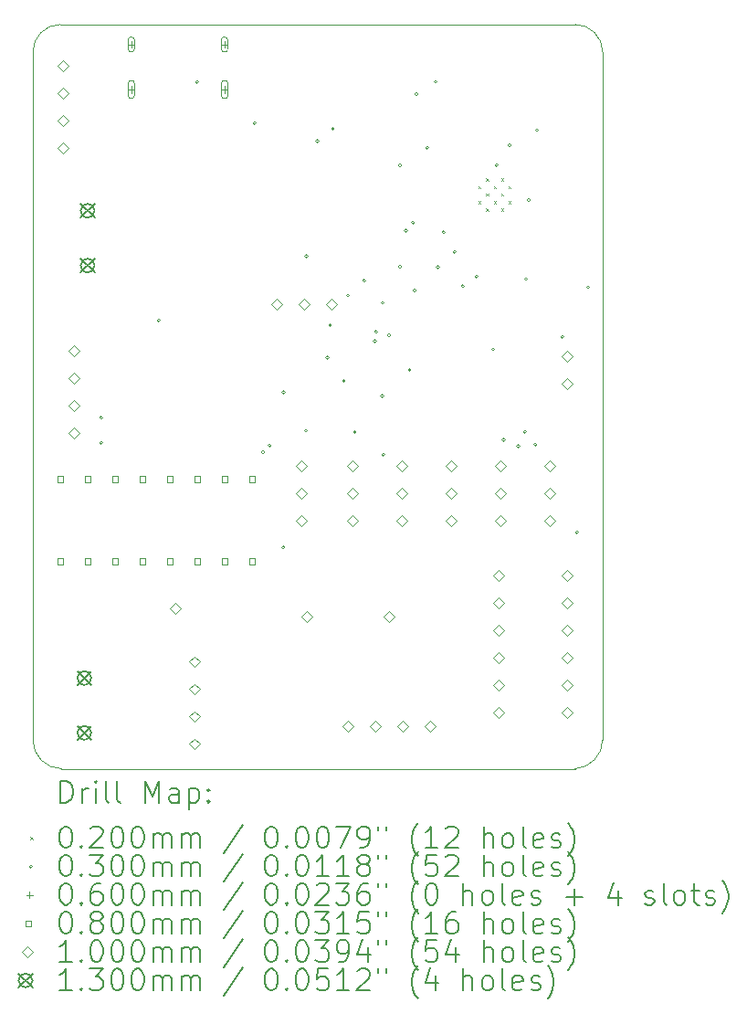
<source format=gbr>
%TF.GenerationSoftware,KiCad,Pcbnew,8.0.0*%
%TF.CreationDate,2024-04-15T20:03:40+02:00*%
%TF.ProjectId,MuntsorteerderESP,4d756e74-736f-4727-9465-657264657245,rev?*%
%TF.SameCoordinates,Original*%
%TF.FileFunction,Drillmap*%
%TF.FilePolarity,Positive*%
%FSLAX45Y45*%
G04 Gerber Fmt 4.5, Leading zero omitted, Abs format (unit mm)*
G04 Created by KiCad (PCBNEW 8.0.0) date 2024-04-15 20:03:40*
%MOMM*%
%LPD*%
G01*
G04 APERTURE LIST*
%ADD10C,0.050000*%
%ADD11C,0.200000*%
%ADD12C,0.100000*%
%ADD13C,0.130000*%
G04 APERTURE END LIST*
D10*
X12192000Y-9271000D02*
X12191994Y-2897405D01*
X12446000Y-2641600D02*
X17221200Y-2641600D01*
X12458705Y-9539505D02*
G75*
G02*
X12191999Y-9271000I1805J268505D01*
G01*
X12191994Y-2897405D02*
G75*
G02*
X12446000Y-2641600I255816J-5D01*
G01*
X17475200Y-9271000D02*
G75*
G02*
X17218396Y-9539504I-268770J0D01*
G01*
X17475200Y-2895600D02*
X17475200Y-9271000D01*
X17218396Y-9539505D02*
X12458705Y-9539505D01*
X17221200Y-2641600D02*
G75*
G02*
X17475200Y-2895600I0J-254000D01*
G01*
D11*
D12*
X16324600Y-4138800D02*
X16344600Y-4158800D01*
X16344600Y-4138800D02*
X16324600Y-4158800D01*
X16324600Y-4278800D02*
X16344600Y-4298800D01*
X16344600Y-4278800D02*
X16324600Y-4298800D01*
X16394600Y-4068800D02*
X16414600Y-4088800D01*
X16414600Y-4068800D02*
X16394600Y-4088800D01*
X16394600Y-4208800D02*
X16414600Y-4228800D01*
X16414600Y-4208800D02*
X16394600Y-4228800D01*
X16394600Y-4348800D02*
X16414600Y-4368800D01*
X16414600Y-4348800D02*
X16394600Y-4368800D01*
X16464600Y-4138800D02*
X16484600Y-4158800D01*
X16484600Y-4138800D02*
X16464600Y-4158800D01*
X16464600Y-4278800D02*
X16484600Y-4298800D01*
X16484600Y-4278800D02*
X16464600Y-4298800D01*
X16534600Y-4068800D02*
X16554600Y-4088800D01*
X16554600Y-4068800D02*
X16534600Y-4088800D01*
X16534600Y-4208800D02*
X16554600Y-4228800D01*
X16554600Y-4208800D02*
X16534600Y-4228800D01*
X16534600Y-4348800D02*
X16554600Y-4368800D01*
X16554600Y-4348800D02*
X16534600Y-4368800D01*
X16604600Y-4138800D02*
X16624600Y-4158800D01*
X16624600Y-4138800D02*
X16604600Y-4158800D01*
X16604600Y-4278800D02*
X16624600Y-4298800D01*
X16624600Y-4278800D02*
X16604600Y-4298800D01*
X12842000Y-6286500D02*
G75*
G02*
X12812000Y-6286500I-15000J0D01*
G01*
X12812000Y-6286500D02*
G75*
G02*
X12842000Y-6286500I15000J0D01*
G01*
X12842000Y-6518820D02*
G75*
G02*
X12812000Y-6518820I-15000J0D01*
G01*
X12812000Y-6518820D02*
G75*
G02*
X12842000Y-6518820I15000J0D01*
G01*
X13375400Y-5384800D02*
G75*
G02*
X13345400Y-5384800I-15000J0D01*
G01*
X13345400Y-5384800D02*
G75*
G02*
X13375400Y-5384800I15000J0D01*
G01*
X13731000Y-3175000D02*
G75*
G02*
X13701000Y-3175000I-15000J0D01*
G01*
X13701000Y-3175000D02*
G75*
G02*
X13731000Y-3175000I15000J0D01*
G01*
X14264400Y-3556000D02*
G75*
G02*
X14234400Y-3556000I-15000J0D01*
G01*
X14234400Y-3556000D02*
G75*
G02*
X14264400Y-3556000I15000J0D01*
G01*
X14342560Y-6606520D02*
G75*
G02*
X14312560Y-6606520I-15000J0D01*
G01*
X14312560Y-6606520D02*
G75*
G02*
X14342560Y-6606520I15000J0D01*
G01*
X14402730Y-6543830D02*
G75*
G02*
X14372730Y-6543830I-15000J0D01*
G01*
X14372730Y-6543830D02*
G75*
G02*
X14402730Y-6543830I15000J0D01*
G01*
X14531350Y-6051510D02*
G75*
G02*
X14501350Y-6051510I-15000J0D01*
G01*
X14501350Y-6051510D02*
G75*
G02*
X14531350Y-6051510I15000J0D01*
G01*
X14531350Y-7488130D02*
G75*
G02*
X14501350Y-7488130I-15000J0D01*
G01*
X14501350Y-7488130D02*
G75*
G02*
X14531350Y-7488130I15000J0D01*
G01*
X14740850Y-6406750D02*
G75*
G02*
X14710850Y-6406750I-15000J0D01*
G01*
X14710850Y-6406750D02*
G75*
G02*
X14740850Y-6406750I15000J0D01*
G01*
X14742860Y-4788430D02*
G75*
G02*
X14712860Y-4788430I-15000J0D01*
G01*
X14712860Y-4788430D02*
G75*
G02*
X14742860Y-4788430I15000J0D01*
G01*
X14844300Y-3722650D02*
G75*
G02*
X14814300Y-3722650I-15000J0D01*
G01*
X14814300Y-3722650D02*
G75*
G02*
X14844300Y-3722650I15000J0D01*
G01*
X14937980Y-5729970D02*
G75*
G02*
X14907980Y-5729970I-15000J0D01*
G01*
X14907980Y-5729970D02*
G75*
G02*
X14937980Y-5729970I15000J0D01*
G01*
X14962890Y-5427690D02*
G75*
G02*
X14932890Y-5427690I-15000J0D01*
G01*
X14932890Y-5427690D02*
G75*
G02*
X14962890Y-5427690I15000J0D01*
G01*
X14987750Y-3608220D02*
G75*
G02*
X14957750Y-3608220I-15000J0D01*
G01*
X14957750Y-3608220D02*
G75*
G02*
X14987750Y-3608220I15000J0D01*
G01*
X15090640Y-5943600D02*
G75*
G02*
X15060640Y-5943600I-15000J0D01*
G01*
X15060640Y-5943600D02*
G75*
G02*
X15090640Y-5943600I15000J0D01*
G01*
X15127560Y-5153590D02*
G75*
G02*
X15097560Y-5153590I-15000J0D01*
G01*
X15097560Y-5153590D02*
G75*
G02*
X15127560Y-5153590I15000J0D01*
G01*
X15191850Y-6418650D02*
G75*
G02*
X15161850Y-6418650I-15000J0D01*
G01*
X15161850Y-6418650D02*
G75*
G02*
X15191850Y-6418650I15000J0D01*
G01*
X15277370Y-5015670D02*
G75*
G02*
X15247370Y-5015670I-15000J0D01*
G01*
X15247370Y-5015670D02*
G75*
G02*
X15277370Y-5015670I15000J0D01*
G01*
X15379280Y-5576900D02*
G75*
G02*
X15349280Y-5576900I-15000J0D01*
G01*
X15349280Y-5576900D02*
G75*
G02*
X15379280Y-5576900I15000J0D01*
G01*
X15390470Y-5490160D02*
G75*
G02*
X15360470Y-5490160I-15000J0D01*
G01*
X15360470Y-5490160D02*
G75*
G02*
X15390470Y-5490160I15000J0D01*
G01*
X15445850Y-6085030D02*
G75*
G02*
X15415850Y-6085030I-15000J0D01*
G01*
X15415850Y-6085030D02*
G75*
G02*
X15445850Y-6085030I15000J0D01*
G01*
X15450760Y-5222190D02*
G75*
G02*
X15420760Y-5222190I-15000J0D01*
G01*
X15420760Y-5222190D02*
G75*
G02*
X15450760Y-5222190I15000J0D01*
G01*
X15458200Y-6629400D02*
G75*
G02*
X15428200Y-6629400I-15000J0D01*
G01*
X15428200Y-6629400D02*
G75*
G02*
X15458200Y-6629400I15000J0D01*
G01*
X15509720Y-5520260D02*
G75*
G02*
X15479720Y-5520260I-15000J0D01*
G01*
X15479720Y-5520260D02*
G75*
G02*
X15509720Y-5520260I15000J0D01*
G01*
X15610980Y-3946190D02*
G75*
G02*
X15580980Y-3946190I-15000J0D01*
G01*
X15580980Y-3946190D02*
G75*
G02*
X15610980Y-3946190I15000J0D01*
G01*
X15611080Y-4885840D02*
G75*
G02*
X15581080Y-4885840I-15000J0D01*
G01*
X15581080Y-4885840D02*
G75*
G02*
X15611080Y-4885840I15000J0D01*
G01*
X15666710Y-4552370D02*
G75*
G02*
X15636710Y-4552370I-15000J0D01*
G01*
X15636710Y-4552370D02*
G75*
G02*
X15666710Y-4552370I15000J0D01*
G01*
X15699850Y-5842180D02*
G75*
G02*
X15669850Y-5842180I-15000J0D01*
G01*
X15669850Y-5842180D02*
G75*
G02*
X15699850Y-5842180I15000J0D01*
G01*
X15733480Y-4478530D02*
G75*
G02*
X15703480Y-4478530I-15000J0D01*
G01*
X15703480Y-4478530D02*
G75*
G02*
X15733480Y-4478530I15000J0D01*
G01*
X15745080Y-5107260D02*
G75*
G02*
X15715080Y-5107260I-15000J0D01*
G01*
X15715080Y-5107260D02*
G75*
G02*
X15745080Y-5107260I15000J0D01*
G01*
X15763000Y-3286750D02*
G75*
G02*
X15733000Y-3286750I-15000J0D01*
G01*
X15733000Y-3286750D02*
G75*
G02*
X15763000Y-3286750I15000J0D01*
G01*
X15864600Y-3784590D02*
G75*
G02*
X15834600Y-3784590I-15000J0D01*
G01*
X15834600Y-3784590D02*
G75*
G02*
X15864600Y-3784590I15000J0D01*
G01*
X15940800Y-3171250D02*
G75*
G02*
X15910800Y-3171250I-15000J0D01*
G01*
X15910800Y-3171250D02*
G75*
G02*
X15940800Y-3171250I15000J0D01*
G01*
X15962780Y-4891350D02*
G75*
G02*
X15932780Y-4891350I-15000J0D01*
G01*
X15932780Y-4891350D02*
G75*
G02*
X15962780Y-4891350I15000J0D01*
G01*
X16015430Y-4568150D02*
G75*
G02*
X15985430Y-4568150I-15000J0D01*
G01*
X15985430Y-4568150D02*
G75*
G02*
X16015430Y-4568150I15000J0D01*
G01*
X16118600Y-4749800D02*
G75*
G02*
X16088600Y-4749800I-15000J0D01*
G01*
X16088600Y-4749800D02*
G75*
G02*
X16118600Y-4749800I15000J0D01*
G01*
X16193620Y-5065250D02*
G75*
G02*
X16163620Y-5065250I-15000J0D01*
G01*
X16163620Y-5065250D02*
G75*
G02*
X16193620Y-5065250I15000J0D01*
G01*
X16321800Y-4978400D02*
G75*
G02*
X16291800Y-4978400I-15000J0D01*
G01*
X16291800Y-4978400D02*
G75*
G02*
X16321800Y-4978400I15000J0D01*
G01*
X16473990Y-5653540D02*
G75*
G02*
X16443990Y-5653540I-15000J0D01*
G01*
X16443990Y-5653540D02*
G75*
G02*
X16473990Y-5653540I15000J0D01*
G01*
X16506256Y-3943656D02*
G75*
G02*
X16476256Y-3943656I-15000J0D01*
G01*
X16476256Y-3943656D02*
G75*
G02*
X16506256Y-3943656I15000J0D01*
G01*
X16572890Y-6491560D02*
G75*
G02*
X16542890Y-6491560I-15000J0D01*
G01*
X16542890Y-6491560D02*
G75*
G02*
X16572890Y-6491560I15000J0D01*
G01*
X16627481Y-3760081D02*
G75*
G02*
X16597481Y-3760081I-15000J0D01*
G01*
X16597481Y-3760081D02*
G75*
G02*
X16627481Y-3760081I15000J0D01*
G01*
X16707970Y-6551560D02*
G75*
G02*
X16677970Y-6551560I-15000J0D01*
G01*
X16677970Y-6551560D02*
G75*
G02*
X16707970Y-6551560I15000J0D01*
G01*
X16767980Y-6416960D02*
G75*
G02*
X16737980Y-6416960I-15000J0D01*
G01*
X16737980Y-6416960D02*
G75*
G02*
X16767980Y-6416960I15000J0D01*
G01*
X16780625Y-5002175D02*
G75*
G02*
X16750625Y-5002175I-15000J0D01*
G01*
X16750625Y-5002175D02*
G75*
G02*
X16780625Y-5002175I15000J0D01*
G01*
X16805130Y-4267390D02*
G75*
G02*
X16775130Y-4267390I-15000J0D01*
G01*
X16775130Y-4267390D02*
G75*
G02*
X16805130Y-4267390I15000J0D01*
G01*
X16866590Y-6534950D02*
G75*
G02*
X16836590Y-6534950I-15000J0D01*
G01*
X16836590Y-6534950D02*
G75*
G02*
X16866590Y-6534950I15000J0D01*
G01*
X16880600Y-3621040D02*
G75*
G02*
X16850600Y-3621040I-15000J0D01*
G01*
X16850600Y-3621040D02*
G75*
G02*
X16880600Y-3621040I15000J0D01*
G01*
X17115160Y-5537670D02*
G75*
G02*
X17085160Y-5537670I-15000J0D01*
G01*
X17085160Y-5537670D02*
G75*
G02*
X17115160Y-5537670I15000J0D01*
G01*
X17252690Y-7348080D02*
G75*
G02*
X17222690Y-7348080I-15000J0D01*
G01*
X17222690Y-7348080D02*
G75*
G02*
X17252690Y-7348080I15000J0D01*
G01*
X17355510Y-5077189D02*
G75*
G02*
X17325510Y-5077189I-15000J0D01*
G01*
X17325510Y-5077189D02*
G75*
G02*
X17355510Y-5077189I15000J0D01*
G01*
X13105000Y-2797000D02*
X13105000Y-2857000D01*
X13075000Y-2827000D02*
X13135000Y-2827000D01*
X13135000Y-2867000D02*
X13135000Y-2787000D01*
X13075000Y-2787000D02*
G75*
G02*
X13135000Y-2787000I30000J0D01*
G01*
X13075000Y-2787000D02*
X13075000Y-2867000D01*
X13075000Y-2867000D02*
G75*
G03*
X13135000Y-2867000I30000J0D01*
G01*
X13105000Y-3214000D02*
X13105000Y-3274000D01*
X13075000Y-3244000D02*
X13135000Y-3244000D01*
X13135000Y-3299000D02*
X13135000Y-3189000D01*
X13075000Y-3189000D02*
G75*
G02*
X13135000Y-3189000I30000J0D01*
G01*
X13075000Y-3189000D02*
X13075000Y-3299000D01*
X13075000Y-3299000D02*
G75*
G03*
X13135000Y-3299000I30000J0D01*
G01*
X13970000Y-2797000D02*
X13970000Y-2857000D01*
X13940000Y-2827000D02*
X14000000Y-2827000D01*
X14000000Y-2867000D02*
X14000000Y-2787000D01*
X13940000Y-2787000D02*
G75*
G02*
X14000000Y-2787000I30000J0D01*
G01*
X13940000Y-2787000D02*
X13940000Y-2867000D01*
X13940000Y-2867000D02*
G75*
G03*
X14000000Y-2867000I30000J0D01*
G01*
X13970000Y-3214000D02*
X13970000Y-3274000D01*
X13940000Y-3244000D02*
X14000000Y-3244000D01*
X14000000Y-3299000D02*
X14000000Y-3189000D01*
X13940000Y-3189000D02*
G75*
G02*
X14000000Y-3189000I30000J0D01*
G01*
X13940000Y-3189000D02*
X13940000Y-3299000D01*
X13940000Y-3299000D02*
G75*
G03*
X14000000Y-3299000I30000J0D01*
G01*
X12475784Y-6885284D02*
X12475784Y-6828715D01*
X12419215Y-6828715D01*
X12419215Y-6885284D01*
X12475784Y-6885284D01*
X12475784Y-7647284D02*
X12475784Y-7590715D01*
X12419215Y-7590715D01*
X12419215Y-7647284D01*
X12475784Y-7647284D01*
X12729784Y-6885284D02*
X12729784Y-6828715D01*
X12673215Y-6828715D01*
X12673215Y-6885284D01*
X12729784Y-6885284D01*
X12729784Y-7647284D02*
X12729784Y-7590715D01*
X12673215Y-7590715D01*
X12673215Y-7647284D01*
X12729784Y-7647284D01*
X12983784Y-6885284D02*
X12983784Y-6828715D01*
X12927215Y-6828715D01*
X12927215Y-6885284D01*
X12983784Y-6885284D01*
X12983784Y-7647284D02*
X12983784Y-7590715D01*
X12927215Y-7590715D01*
X12927215Y-7647284D01*
X12983784Y-7647284D01*
X13237784Y-6885284D02*
X13237784Y-6828715D01*
X13181215Y-6828715D01*
X13181215Y-6885284D01*
X13237784Y-6885284D01*
X13237784Y-7647284D02*
X13237784Y-7590715D01*
X13181215Y-7590715D01*
X13181215Y-7647284D01*
X13237784Y-7647284D01*
X13491784Y-6885284D02*
X13491784Y-6828715D01*
X13435215Y-6828715D01*
X13435215Y-6885284D01*
X13491784Y-6885284D01*
X13491784Y-7647284D02*
X13491784Y-7590715D01*
X13435215Y-7590715D01*
X13435215Y-7647284D01*
X13491784Y-7647284D01*
X13745784Y-6885284D02*
X13745784Y-6828715D01*
X13689215Y-6828715D01*
X13689215Y-6885284D01*
X13745784Y-6885284D01*
X13745784Y-7647284D02*
X13745784Y-7590715D01*
X13689215Y-7590715D01*
X13689215Y-7647284D01*
X13745784Y-7647284D01*
X13999784Y-6885284D02*
X13999784Y-6828715D01*
X13943215Y-6828715D01*
X13943215Y-6885284D01*
X13999784Y-6885284D01*
X13999784Y-7647284D02*
X13999784Y-7590715D01*
X13943215Y-7590715D01*
X13943215Y-7647284D01*
X13999784Y-7647284D01*
X14253784Y-6885284D02*
X14253784Y-6828715D01*
X14197215Y-6828715D01*
X14197215Y-6885284D01*
X14253784Y-6885284D01*
X14253784Y-7647284D02*
X14253784Y-7590715D01*
X14197215Y-7590715D01*
X14197215Y-7647284D01*
X14253784Y-7647284D01*
X12471400Y-3072600D02*
X12521400Y-3022600D01*
X12471400Y-2972600D01*
X12421400Y-3022600D01*
X12471400Y-3072600D01*
X12471400Y-3326600D02*
X12521400Y-3276600D01*
X12471400Y-3226600D01*
X12421400Y-3276600D01*
X12471400Y-3326600D01*
X12471400Y-3580600D02*
X12521400Y-3530600D01*
X12471400Y-3480600D01*
X12421400Y-3530600D01*
X12471400Y-3580600D01*
X12471400Y-3834600D02*
X12521400Y-3784600D01*
X12471400Y-3734600D01*
X12421400Y-3784600D01*
X12471400Y-3834600D01*
X12573000Y-5714200D02*
X12623000Y-5664200D01*
X12573000Y-5614200D01*
X12523000Y-5664200D01*
X12573000Y-5714200D01*
X12573000Y-5968200D02*
X12623000Y-5918200D01*
X12573000Y-5868200D01*
X12523000Y-5918200D01*
X12573000Y-5968200D01*
X12573000Y-6222200D02*
X12623000Y-6172200D01*
X12573000Y-6122200D01*
X12523000Y-6172200D01*
X12573000Y-6222200D01*
X12573000Y-6476200D02*
X12623000Y-6426200D01*
X12573000Y-6376200D01*
X12523000Y-6426200D01*
X12573000Y-6476200D01*
X13512800Y-8101800D02*
X13562800Y-8051800D01*
X13512800Y-8001800D01*
X13462800Y-8051800D01*
X13512800Y-8101800D01*
X13690600Y-8598100D02*
X13740600Y-8548100D01*
X13690600Y-8498100D01*
X13640600Y-8548100D01*
X13690600Y-8598100D01*
X13690600Y-8852100D02*
X13740600Y-8802100D01*
X13690600Y-8752100D01*
X13640600Y-8802100D01*
X13690600Y-8852100D01*
X13690600Y-9106100D02*
X13740600Y-9056100D01*
X13690600Y-9006100D01*
X13640600Y-9056100D01*
X13690600Y-9106100D01*
X13690600Y-9360100D02*
X13740600Y-9310100D01*
X13690600Y-9260100D01*
X13640600Y-9310100D01*
X13690600Y-9360100D01*
X14451100Y-5282400D02*
X14501100Y-5232400D01*
X14451100Y-5182400D01*
X14401100Y-5232400D01*
X14451100Y-5282400D01*
X14681200Y-6781000D02*
X14731200Y-6731000D01*
X14681200Y-6681000D01*
X14631200Y-6731000D01*
X14681200Y-6781000D01*
X14681200Y-7035000D02*
X14731200Y-6985000D01*
X14681200Y-6935000D01*
X14631200Y-6985000D01*
X14681200Y-7035000D01*
X14681200Y-7289000D02*
X14731200Y-7239000D01*
X14681200Y-7189000D01*
X14631200Y-7239000D01*
X14681200Y-7289000D01*
X14705100Y-5282400D02*
X14755100Y-5232400D01*
X14705100Y-5182400D01*
X14655100Y-5232400D01*
X14705100Y-5282400D01*
X14732000Y-8178000D02*
X14782000Y-8128000D01*
X14732000Y-8078000D01*
X14682000Y-8128000D01*
X14732000Y-8178000D01*
X14959100Y-5282400D02*
X15009100Y-5232400D01*
X14959100Y-5182400D01*
X14909100Y-5232400D01*
X14959100Y-5282400D01*
X15113000Y-9194000D02*
X15163000Y-9144000D01*
X15113000Y-9094000D01*
X15063000Y-9144000D01*
X15113000Y-9194000D01*
X15155800Y-6781000D02*
X15205800Y-6731000D01*
X15155800Y-6681000D01*
X15105800Y-6731000D01*
X15155800Y-6781000D01*
X15155800Y-7035000D02*
X15205800Y-6985000D01*
X15155800Y-6935000D01*
X15105800Y-6985000D01*
X15155800Y-7035000D01*
X15155800Y-7289000D02*
X15205800Y-7239000D01*
X15155800Y-7189000D01*
X15105800Y-7239000D01*
X15155800Y-7289000D01*
X15367000Y-9194000D02*
X15417000Y-9144000D01*
X15367000Y-9094000D01*
X15317000Y-9144000D01*
X15367000Y-9194000D01*
X15492000Y-8178000D02*
X15542000Y-8128000D01*
X15492000Y-8078000D01*
X15442000Y-8128000D01*
X15492000Y-8178000D01*
X15613000Y-6781000D02*
X15663000Y-6731000D01*
X15613000Y-6681000D01*
X15563000Y-6731000D01*
X15613000Y-6781000D01*
X15613000Y-7035000D02*
X15663000Y-6985000D01*
X15613000Y-6935000D01*
X15563000Y-6985000D01*
X15613000Y-7035000D01*
X15613000Y-7289000D02*
X15663000Y-7239000D01*
X15613000Y-7189000D01*
X15563000Y-7239000D01*
X15613000Y-7289000D01*
X15621000Y-9194000D02*
X15671000Y-9144000D01*
X15621000Y-9094000D01*
X15571000Y-9144000D01*
X15621000Y-9194000D01*
X15875000Y-9194000D02*
X15925000Y-9144000D01*
X15875000Y-9094000D01*
X15825000Y-9144000D01*
X15875000Y-9194000D01*
X16070200Y-6781000D02*
X16120200Y-6731000D01*
X16070200Y-6681000D01*
X16020200Y-6731000D01*
X16070200Y-6781000D01*
X16070200Y-7035000D02*
X16120200Y-6985000D01*
X16070200Y-6935000D01*
X16020200Y-6985000D01*
X16070200Y-7035000D01*
X16070200Y-7289000D02*
X16120200Y-7239000D01*
X16070200Y-7189000D01*
X16020200Y-7239000D01*
X16070200Y-7289000D01*
X16510000Y-7797000D02*
X16560000Y-7747000D01*
X16510000Y-7697000D01*
X16460000Y-7747000D01*
X16510000Y-7797000D01*
X16510000Y-8051000D02*
X16560000Y-8001000D01*
X16510000Y-7951000D01*
X16460000Y-8001000D01*
X16510000Y-8051000D01*
X16510000Y-8305000D02*
X16560000Y-8255000D01*
X16510000Y-8205000D01*
X16460000Y-8255000D01*
X16510000Y-8305000D01*
X16510000Y-8559000D02*
X16560000Y-8509000D01*
X16510000Y-8459000D01*
X16460000Y-8509000D01*
X16510000Y-8559000D01*
X16510000Y-8813000D02*
X16560000Y-8763000D01*
X16510000Y-8713000D01*
X16460000Y-8763000D01*
X16510000Y-8813000D01*
X16510000Y-9067000D02*
X16560000Y-9017000D01*
X16510000Y-8967000D01*
X16460000Y-9017000D01*
X16510000Y-9067000D01*
X16527400Y-6781000D02*
X16577400Y-6731000D01*
X16527400Y-6681000D01*
X16477400Y-6731000D01*
X16527400Y-6781000D01*
X16527400Y-7035000D02*
X16577400Y-6985000D01*
X16527400Y-6935000D01*
X16477400Y-6985000D01*
X16527400Y-7035000D01*
X16527400Y-7289000D02*
X16577400Y-7239000D01*
X16527400Y-7189000D01*
X16477400Y-7239000D01*
X16527400Y-7289000D01*
X16984600Y-6781000D02*
X17034600Y-6731000D01*
X16984600Y-6681000D01*
X16934600Y-6731000D01*
X16984600Y-6781000D01*
X16984600Y-7035000D02*
X17034600Y-6985000D01*
X16984600Y-6935000D01*
X16934600Y-6985000D01*
X16984600Y-7035000D01*
X16984600Y-7289000D02*
X17034600Y-7239000D01*
X16984600Y-7189000D01*
X16934600Y-7239000D01*
X16984600Y-7289000D01*
X17145000Y-5765000D02*
X17195000Y-5715000D01*
X17145000Y-5665000D01*
X17095000Y-5715000D01*
X17145000Y-5765000D01*
X17145000Y-6019000D02*
X17195000Y-5969000D01*
X17145000Y-5919000D01*
X17095000Y-5969000D01*
X17145000Y-6019000D01*
X17145000Y-7797000D02*
X17195000Y-7747000D01*
X17145000Y-7697000D01*
X17095000Y-7747000D01*
X17145000Y-7797000D01*
X17145000Y-8051000D02*
X17195000Y-8001000D01*
X17145000Y-7951000D01*
X17095000Y-8001000D01*
X17145000Y-8051000D01*
X17145000Y-8305000D02*
X17195000Y-8255000D01*
X17145000Y-8205000D01*
X17095000Y-8255000D01*
X17145000Y-8305000D01*
X17145000Y-8559000D02*
X17195000Y-8509000D01*
X17145000Y-8459000D01*
X17095000Y-8509000D01*
X17145000Y-8559000D01*
X17145000Y-8813000D02*
X17195000Y-8763000D01*
X17145000Y-8713000D01*
X17095000Y-8763000D01*
X17145000Y-8813000D01*
X17145000Y-9067000D02*
X17195000Y-9017000D01*
X17145000Y-8967000D01*
X17095000Y-9017000D01*
X17145000Y-9067000D01*
D13*
X12604500Y-8634000D02*
X12734500Y-8764000D01*
X12734500Y-8634000D02*
X12604500Y-8764000D01*
X12734500Y-8699000D02*
G75*
G02*
X12604500Y-8699000I-65000J0D01*
G01*
X12604500Y-8699000D02*
G75*
G02*
X12734500Y-8699000I65000J0D01*
G01*
X12604500Y-9142000D02*
X12734500Y-9272000D01*
X12734500Y-9142000D02*
X12604500Y-9272000D01*
X12734500Y-9207000D02*
G75*
G02*
X12604500Y-9207000I-65000J0D01*
G01*
X12604500Y-9207000D02*
G75*
G02*
X12734500Y-9207000I65000J0D01*
G01*
X12635000Y-4303300D02*
X12765000Y-4433300D01*
X12765000Y-4303300D02*
X12635000Y-4433300D01*
X12765000Y-4368300D02*
G75*
G02*
X12635000Y-4368300I-65000J0D01*
G01*
X12635000Y-4368300D02*
G75*
G02*
X12765000Y-4368300I65000J0D01*
G01*
X12635000Y-4811300D02*
X12765000Y-4941300D01*
X12765000Y-4811300D02*
X12635000Y-4941300D01*
X12765000Y-4876300D02*
G75*
G02*
X12635000Y-4876300I-65000J0D01*
G01*
X12635000Y-4876300D02*
G75*
G02*
X12765000Y-4876300I65000J0D01*
G01*
D11*
X12450270Y-9853489D02*
X12450270Y-9653489D01*
X12450270Y-9653489D02*
X12497889Y-9653489D01*
X12497889Y-9653489D02*
X12526461Y-9663013D01*
X12526461Y-9663013D02*
X12545509Y-9682060D01*
X12545509Y-9682060D02*
X12555032Y-9701108D01*
X12555032Y-9701108D02*
X12564556Y-9739203D01*
X12564556Y-9739203D02*
X12564556Y-9767775D01*
X12564556Y-9767775D02*
X12555032Y-9805870D01*
X12555032Y-9805870D02*
X12545509Y-9824917D01*
X12545509Y-9824917D02*
X12526461Y-9843965D01*
X12526461Y-9843965D02*
X12497889Y-9853489D01*
X12497889Y-9853489D02*
X12450270Y-9853489D01*
X12650270Y-9853489D02*
X12650270Y-9720155D01*
X12650270Y-9758251D02*
X12659794Y-9739203D01*
X12659794Y-9739203D02*
X12669318Y-9729679D01*
X12669318Y-9729679D02*
X12688366Y-9720155D01*
X12688366Y-9720155D02*
X12707413Y-9720155D01*
X12774080Y-9853489D02*
X12774080Y-9720155D01*
X12774080Y-9653489D02*
X12764556Y-9663013D01*
X12764556Y-9663013D02*
X12774080Y-9672536D01*
X12774080Y-9672536D02*
X12783604Y-9663013D01*
X12783604Y-9663013D02*
X12774080Y-9653489D01*
X12774080Y-9653489D02*
X12774080Y-9672536D01*
X12897889Y-9853489D02*
X12878842Y-9843965D01*
X12878842Y-9843965D02*
X12869318Y-9824917D01*
X12869318Y-9824917D02*
X12869318Y-9653489D01*
X13002651Y-9853489D02*
X12983604Y-9843965D01*
X12983604Y-9843965D02*
X12974080Y-9824917D01*
X12974080Y-9824917D02*
X12974080Y-9653489D01*
X13231223Y-9853489D02*
X13231223Y-9653489D01*
X13231223Y-9653489D02*
X13297890Y-9796346D01*
X13297890Y-9796346D02*
X13364556Y-9653489D01*
X13364556Y-9653489D02*
X13364556Y-9853489D01*
X13545509Y-9853489D02*
X13545509Y-9748727D01*
X13545509Y-9748727D02*
X13535985Y-9729679D01*
X13535985Y-9729679D02*
X13516937Y-9720155D01*
X13516937Y-9720155D02*
X13478842Y-9720155D01*
X13478842Y-9720155D02*
X13459794Y-9729679D01*
X13545509Y-9843965D02*
X13526461Y-9853489D01*
X13526461Y-9853489D02*
X13478842Y-9853489D01*
X13478842Y-9853489D02*
X13459794Y-9843965D01*
X13459794Y-9843965D02*
X13450270Y-9824917D01*
X13450270Y-9824917D02*
X13450270Y-9805870D01*
X13450270Y-9805870D02*
X13459794Y-9786822D01*
X13459794Y-9786822D02*
X13478842Y-9777298D01*
X13478842Y-9777298D02*
X13526461Y-9777298D01*
X13526461Y-9777298D02*
X13545509Y-9767775D01*
X13640747Y-9720155D02*
X13640747Y-9920155D01*
X13640747Y-9729679D02*
X13659794Y-9720155D01*
X13659794Y-9720155D02*
X13697890Y-9720155D01*
X13697890Y-9720155D02*
X13716937Y-9729679D01*
X13716937Y-9729679D02*
X13726461Y-9739203D01*
X13726461Y-9739203D02*
X13735985Y-9758251D01*
X13735985Y-9758251D02*
X13735985Y-9815394D01*
X13735985Y-9815394D02*
X13726461Y-9834441D01*
X13726461Y-9834441D02*
X13716937Y-9843965D01*
X13716937Y-9843965D02*
X13697890Y-9853489D01*
X13697890Y-9853489D02*
X13659794Y-9853489D01*
X13659794Y-9853489D02*
X13640747Y-9843965D01*
X13821699Y-9834441D02*
X13831223Y-9843965D01*
X13831223Y-9843965D02*
X13821699Y-9853489D01*
X13821699Y-9853489D02*
X13812175Y-9843965D01*
X13812175Y-9843965D02*
X13821699Y-9834441D01*
X13821699Y-9834441D02*
X13821699Y-9853489D01*
X13821699Y-9729679D02*
X13831223Y-9739203D01*
X13831223Y-9739203D02*
X13821699Y-9748727D01*
X13821699Y-9748727D02*
X13812175Y-9739203D01*
X13812175Y-9739203D02*
X13821699Y-9729679D01*
X13821699Y-9729679D02*
X13821699Y-9748727D01*
D12*
X12169494Y-10172005D02*
X12189494Y-10192005D01*
X12189494Y-10172005D02*
X12169494Y-10192005D01*
D11*
X12488366Y-10073489D02*
X12507413Y-10073489D01*
X12507413Y-10073489D02*
X12526461Y-10083013D01*
X12526461Y-10083013D02*
X12535985Y-10092536D01*
X12535985Y-10092536D02*
X12545509Y-10111584D01*
X12545509Y-10111584D02*
X12555032Y-10149679D01*
X12555032Y-10149679D02*
X12555032Y-10197298D01*
X12555032Y-10197298D02*
X12545509Y-10235394D01*
X12545509Y-10235394D02*
X12535985Y-10254441D01*
X12535985Y-10254441D02*
X12526461Y-10263965D01*
X12526461Y-10263965D02*
X12507413Y-10273489D01*
X12507413Y-10273489D02*
X12488366Y-10273489D01*
X12488366Y-10273489D02*
X12469318Y-10263965D01*
X12469318Y-10263965D02*
X12459794Y-10254441D01*
X12459794Y-10254441D02*
X12450270Y-10235394D01*
X12450270Y-10235394D02*
X12440747Y-10197298D01*
X12440747Y-10197298D02*
X12440747Y-10149679D01*
X12440747Y-10149679D02*
X12450270Y-10111584D01*
X12450270Y-10111584D02*
X12459794Y-10092536D01*
X12459794Y-10092536D02*
X12469318Y-10083013D01*
X12469318Y-10083013D02*
X12488366Y-10073489D01*
X12640747Y-10254441D02*
X12650270Y-10263965D01*
X12650270Y-10263965D02*
X12640747Y-10273489D01*
X12640747Y-10273489D02*
X12631223Y-10263965D01*
X12631223Y-10263965D02*
X12640747Y-10254441D01*
X12640747Y-10254441D02*
X12640747Y-10273489D01*
X12726461Y-10092536D02*
X12735985Y-10083013D01*
X12735985Y-10083013D02*
X12755032Y-10073489D01*
X12755032Y-10073489D02*
X12802651Y-10073489D01*
X12802651Y-10073489D02*
X12821699Y-10083013D01*
X12821699Y-10083013D02*
X12831223Y-10092536D01*
X12831223Y-10092536D02*
X12840747Y-10111584D01*
X12840747Y-10111584D02*
X12840747Y-10130632D01*
X12840747Y-10130632D02*
X12831223Y-10159203D01*
X12831223Y-10159203D02*
X12716937Y-10273489D01*
X12716937Y-10273489D02*
X12840747Y-10273489D01*
X12964556Y-10073489D02*
X12983604Y-10073489D01*
X12983604Y-10073489D02*
X13002651Y-10083013D01*
X13002651Y-10083013D02*
X13012175Y-10092536D01*
X13012175Y-10092536D02*
X13021699Y-10111584D01*
X13021699Y-10111584D02*
X13031223Y-10149679D01*
X13031223Y-10149679D02*
X13031223Y-10197298D01*
X13031223Y-10197298D02*
X13021699Y-10235394D01*
X13021699Y-10235394D02*
X13012175Y-10254441D01*
X13012175Y-10254441D02*
X13002651Y-10263965D01*
X13002651Y-10263965D02*
X12983604Y-10273489D01*
X12983604Y-10273489D02*
X12964556Y-10273489D01*
X12964556Y-10273489D02*
X12945509Y-10263965D01*
X12945509Y-10263965D02*
X12935985Y-10254441D01*
X12935985Y-10254441D02*
X12926461Y-10235394D01*
X12926461Y-10235394D02*
X12916937Y-10197298D01*
X12916937Y-10197298D02*
X12916937Y-10149679D01*
X12916937Y-10149679D02*
X12926461Y-10111584D01*
X12926461Y-10111584D02*
X12935985Y-10092536D01*
X12935985Y-10092536D02*
X12945509Y-10083013D01*
X12945509Y-10083013D02*
X12964556Y-10073489D01*
X13155032Y-10073489D02*
X13174080Y-10073489D01*
X13174080Y-10073489D02*
X13193128Y-10083013D01*
X13193128Y-10083013D02*
X13202651Y-10092536D01*
X13202651Y-10092536D02*
X13212175Y-10111584D01*
X13212175Y-10111584D02*
X13221699Y-10149679D01*
X13221699Y-10149679D02*
X13221699Y-10197298D01*
X13221699Y-10197298D02*
X13212175Y-10235394D01*
X13212175Y-10235394D02*
X13202651Y-10254441D01*
X13202651Y-10254441D02*
X13193128Y-10263965D01*
X13193128Y-10263965D02*
X13174080Y-10273489D01*
X13174080Y-10273489D02*
X13155032Y-10273489D01*
X13155032Y-10273489D02*
X13135985Y-10263965D01*
X13135985Y-10263965D02*
X13126461Y-10254441D01*
X13126461Y-10254441D02*
X13116937Y-10235394D01*
X13116937Y-10235394D02*
X13107413Y-10197298D01*
X13107413Y-10197298D02*
X13107413Y-10149679D01*
X13107413Y-10149679D02*
X13116937Y-10111584D01*
X13116937Y-10111584D02*
X13126461Y-10092536D01*
X13126461Y-10092536D02*
X13135985Y-10083013D01*
X13135985Y-10083013D02*
X13155032Y-10073489D01*
X13307413Y-10273489D02*
X13307413Y-10140155D01*
X13307413Y-10159203D02*
X13316937Y-10149679D01*
X13316937Y-10149679D02*
X13335985Y-10140155D01*
X13335985Y-10140155D02*
X13364556Y-10140155D01*
X13364556Y-10140155D02*
X13383604Y-10149679D01*
X13383604Y-10149679D02*
X13393128Y-10168727D01*
X13393128Y-10168727D02*
X13393128Y-10273489D01*
X13393128Y-10168727D02*
X13402651Y-10149679D01*
X13402651Y-10149679D02*
X13421699Y-10140155D01*
X13421699Y-10140155D02*
X13450270Y-10140155D01*
X13450270Y-10140155D02*
X13469318Y-10149679D01*
X13469318Y-10149679D02*
X13478842Y-10168727D01*
X13478842Y-10168727D02*
X13478842Y-10273489D01*
X13574080Y-10273489D02*
X13574080Y-10140155D01*
X13574080Y-10159203D02*
X13583604Y-10149679D01*
X13583604Y-10149679D02*
X13602651Y-10140155D01*
X13602651Y-10140155D02*
X13631223Y-10140155D01*
X13631223Y-10140155D02*
X13650271Y-10149679D01*
X13650271Y-10149679D02*
X13659794Y-10168727D01*
X13659794Y-10168727D02*
X13659794Y-10273489D01*
X13659794Y-10168727D02*
X13669318Y-10149679D01*
X13669318Y-10149679D02*
X13688366Y-10140155D01*
X13688366Y-10140155D02*
X13716937Y-10140155D01*
X13716937Y-10140155D02*
X13735985Y-10149679D01*
X13735985Y-10149679D02*
X13745509Y-10168727D01*
X13745509Y-10168727D02*
X13745509Y-10273489D01*
X14135985Y-10063965D02*
X13964556Y-10321108D01*
X14393128Y-10073489D02*
X14412175Y-10073489D01*
X14412175Y-10073489D02*
X14431223Y-10083013D01*
X14431223Y-10083013D02*
X14440747Y-10092536D01*
X14440747Y-10092536D02*
X14450271Y-10111584D01*
X14450271Y-10111584D02*
X14459794Y-10149679D01*
X14459794Y-10149679D02*
X14459794Y-10197298D01*
X14459794Y-10197298D02*
X14450271Y-10235394D01*
X14450271Y-10235394D02*
X14440747Y-10254441D01*
X14440747Y-10254441D02*
X14431223Y-10263965D01*
X14431223Y-10263965D02*
X14412175Y-10273489D01*
X14412175Y-10273489D02*
X14393128Y-10273489D01*
X14393128Y-10273489D02*
X14374080Y-10263965D01*
X14374080Y-10263965D02*
X14364556Y-10254441D01*
X14364556Y-10254441D02*
X14355033Y-10235394D01*
X14355033Y-10235394D02*
X14345509Y-10197298D01*
X14345509Y-10197298D02*
X14345509Y-10149679D01*
X14345509Y-10149679D02*
X14355033Y-10111584D01*
X14355033Y-10111584D02*
X14364556Y-10092536D01*
X14364556Y-10092536D02*
X14374080Y-10083013D01*
X14374080Y-10083013D02*
X14393128Y-10073489D01*
X14545509Y-10254441D02*
X14555033Y-10263965D01*
X14555033Y-10263965D02*
X14545509Y-10273489D01*
X14545509Y-10273489D02*
X14535985Y-10263965D01*
X14535985Y-10263965D02*
X14545509Y-10254441D01*
X14545509Y-10254441D02*
X14545509Y-10273489D01*
X14678842Y-10073489D02*
X14697890Y-10073489D01*
X14697890Y-10073489D02*
X14716937Y-10083013D01*
X14716937Y-10083013D02*
X14726461Y-10092536D01*
X14726461Y-10092536D02*
X14735985Y-10111584D01*
X14735985Y-10111584D02*
X14745509Y-10149679D01*
X14745509Y-10149679D02*
X14745509Y-10197298D01*
X14745509Y-10197298D02*
X14735985Y-10235394D01*
X14735985Y-10235394D02*
X14726461Y-10254441D01*
X14726461Y-10254441D02*
X14716937Y-10263965D01*
X14716937Y-10263965D02*
X14697890Y-10273489D01*
X14697890Y-10273489D02*
X14678842Y-10273489D01*
X14678842Y-10273489D02*
X14659794Y-10263965D01*
X14659794Y-10263965D02*
X14650271Y-10254441D01*
X14650271Y-10254441D02*
X14640747Y-10235394D01*
X14640747Y-10235394D02*
X14631223Y-10197298D01*
X14631223Y-10197298D02*
X14631223Y-10149679D01*
X14631223Y-10149679D02*
X14640747Y-10111584D01*
X14640747Y-10111584D02*
X14650271Y-10092536D01*
X14650271Y-10092536D02*
X14659794Y-10083013D01*
X14659794Y-10083013D02*
X14678842Y-10073489D01*
X14869318Y-10073489D02*
X14888366Y-10073489D01*
X14888366Y-10073489D02*
X14907414Y-10083013D01*
X14907414Y-10083013D02*
X14916937Y-10092536D01*
X14916937Y-10092536D02*
X14926461Y-10111584D01*
X14926461Y-10111584D02*
X14935985Y-10149679D01*
X14935985Y-10149679D02*
X14935985Y-10197298D01*
X14935985Y-10197298D02*
X14926461Y-10235394D01*
X14926461Y-10235394D02*
X14916937Y-10254441D01*
X14916937Y-10254441D02*
X14907414Y-10263965D01*
X14907414Y-10263965D02*
X14888366Y-10273489D01*
X14888366Y-10273489D02*
X14869318Y-10273489D01*
X14869318Y-10273489D02*
X14850271Y-10263965D01*
X14850271Y-10263965D02*
X14840747Y-10254441D01*
X14840747Y-10254441D02*
X14831223Y-10235394D01*
X14831223Y-10235394D02*
X14821699Y-10197298D01*
X14821699Y-10197298D02*
X14821699Y-10149679D01*
X14821699Y-10149679D02*
X14831223Y-10111584D01*
X14831223Y-10111584D02*
X14840747Y-10092536D01*
X14840747Y-10092536D02*
X14850271Y-10083013D01*
X14850271Y-10083013D02*
X14869318Y-10073489D01*
X15002652Y-10073489D02*
X15135985Y-10073489D01*
X15135985Y-10073489D02*
X15050271Y-10273489D01*
X15221699Y-10273489D02*
X15259794Y-10273489D01*
X15259794Y-10273489D02*
X15278842Y-10263965D01*
X15278842Y-10263965D02*
X15288366Y-10254441D01*
X15288366Y-10254441D02*
X15307414Y-10225870D01*
X15307414Y-10225870D02*
X15316937Y-10187775D01*
X15316937Y-10187775D02*
X15316937Y-10111584D01*
X15316937Y-10111584D02*
X15307414Y-10092536D01*
X15307414Y-10092536D02*
X15297890Y-10083013D01*
X15297890Y-10083013D02*
X15278842Y-10073489D01*
X15278842Y-10073489D02*
X15240747Y-10073489D01*
X15240747Y-10073489D02*
X15221699Y-10083013D01*
X15221699Y-10083013D02*
X15212175Y-10092536D01*
X15212175Y-10092536D02*
X15202652Y-10111584D01*
X15202652Y-10111584D02*
X15202652Y-10159203D01*
X15202652Y-10159203D02*
X15212175Y-10178251D01*
X15212175Y-10178251D02*
X15221699Y-10187775D01*
X15221699Y-10187775D02*
X15240747Y-10197298D01*
X15240747Y-10197298D02*
X15278842Y-10197298D01*
X15278842Y-10197298D02*
X15297890Y-10187775D01*
X15297890Y-10187775D02*
X15307414Y-10178251D01*
X15307414Y-10178251D02*
X15316937Y-10159203D01*
X15393128Y-10073489D02*
X15393128Y-10111584D01*
X15469318Y-10073489D02*
X15469318Y-10111584D01*
X15764557Y-10349679D02*
X15755033Y-10340155D01*
X15755033Y-10340155D02*
X15735985Y-10311584D01*
X15735985Y-10311584D02*
X15726461Y-10292536D01*
X15726461Y-10292536D02*
X15716937Y-10263965D01*
X15716937Y-10263965D02*
X15707414Y-10216346D01*
X15707414Y-10216346D02*
X15707414Y-10178251D01*
X15707414Y-10178251D02*
X15716937Y-10130632D01*
X15716937Y-10130632D02*
X15726461Y-10102060D01*
X15726461Y-10102060D02*
X15735985Y-10083013D01*
X15735985Y-10083013D02*
X15755033Y-10054441D01*
X15755033Y-10054441D02*
X15764557Y-10044917D01*
X15945509Y-10273489D02*
X15831223Y-10273489D01*
X15888366Y-10273489D02*
X15888366Y-10073489D01*
X15888366Y-10073489D02*
X15869318Y-10102060D01*
X15869318Y-10102060D02*
X15850271Y-10121108D01*
X15850271Y-10121108D02*
X15831223Y-10130632D01*
X16021699Y-10092536D02*
X16031223Y-10083013D01*
X16031223Y-10083013D02*
X16050271Y-10073489D01*
X16050271Y-10073489D02*
X16097890Y-10073489D01*
X16097890Y-10073489D02*
X16116937Y-10083013D01*
X16116937Y-10083013D02*
X16126461Y-10092536D01*
X16126461Y-10092536D02*
X16135985Y-10111584D01*
X16135985Y-10111584D02*
X16135985Y-10130632D01*
X16135985Y-10130632D02*
X16126461Y-10159203D01*
X16126461Y-10159203D02*
X16012176Y-10273489D01*
X16012176Y-10273489D02*
X16135985Y-10273489D01*
X16374080Y-10273489D02*
X16374080Y-10073489D01*
X16459795Y-10273489D02*
X16459795Y-10168727D01*
X16459795Y-10168727D02*
X16450271Y-10149679D01*
X16450271Y-10149679D02*
X16431223Y-10140155D01*
X16431223Y-10140155D02*
X16402652Y-10140155D01*
X16402652Y-10140155D02*
X16383604Y-10149679D01*
X16383604Y-10149679D02*
X16374080Y-10159203D01*
X16583604Y-10273489D02*
X16564557Y-10263965D01*
X16564557Y-10263965D02*
X16555033Y-10254441D01*
X16555033Y-10254441D02*
X16545509Y-10235394D01*
X16545509Y-10235394D02*
X16545509Y-10178251D01*
X16545509Y-10178251D02*
X16555033Y-10159203D01*
X16555033Y-10159203D02*
X16564557Y-10149679D01*
X16564557Y-10149679D02*
X16583604Y-10140155D01*
X16583604Y-10140155D02*
X16612176Y-10140155D01*
X16612176Y-10140155D02*
X16631223Y-10149679D01*
X16631223Y-10149679D02*
X16640747Y-10159203D01*
X16640747Y-10159203D02*
X16650271Y-10178251D01*
X16650271Y-10178251D02*
X16650271Y-10235394D01*
X16650271Y-10235394D02*
X16640747Y-10254441D01*
X16640747Y-10254441D02*
X16631223Y-10263965D01*
X16631223Y-10263965D02*
X16612176Y-10273489D01*
X16612176Y-10273489D02*
X16583604Y-10273489D01*
X16764557Y-10273489D02*
X16745509Y-10263965D01*
X16745509Y-10263965D02*
X16735985Y-10244917D01*
X16735985Y-10244917D02*
X16735985Y-10073489D01*
X16916938Y-10263965D02*
X16897890Y-10273489D01*
X16897890Y-10273489D02*
X16859795Y-10273489D01*
X16859795Y-10273489D02*
X16840747Y-10263965D01*
X16840747Y-10263965D02*
X16831223Y-10244917D01*
X16831223Y-10244917D02*
X16831223Y-10168727D01*
X16831223Y-10168727D02*
X16840747Y-10149679D01*
X16840747Y-10149679D02*
X16859795Y-10140155D01*
X16859795Y-10140155D02*
X16897890Y-10140155D01*
X16897890Y-10140155D02*
X16916938Y-10149679D01*
X16916938Y-10149679D02*
X16926461Y-10168727D01*
X16926461Y-10168727D02*
X16926461Y-10187775D01*
X16926461Y-10187775D02*
X16831223Y-10206822D01*
X17002652Y-10263965D02*
X17021700Y-10273489D01*
X17021700Y-10273489D02*
X17059795Y-10273489D01*
X17059795Y-10273489D02*
X17078842Y-10263965D01*
X17078842Y-10263965D02*
X17088366Y-10244917D01*
X17088366Y-10244917D02*
X17088366Y-10235394D01*
X17088366Y-10235394D02*
X17078842Y-10216346D01*
X17078842Y-10216346D02*
X17059795Y-10206822D01*
X17059795Y-10206822D02*
X17031223Y-10206822D01*
X17031223Y-10206822D02*
X17012176Y-10197298D01*
X17012176Y-10197298D02*
X17002652Y-10178251D01*
X17002652Y-10178251D02*
X17002652Y-10168727D01*
X17002652Y-10168727D02*
X17012176Y-10149679D01*
X17012176Y-10149679D02*
X17031223Y-10140155D01*
X17031223Y-10140155D02*
X17059795Y-10140155D01*
X17059795Y-10140155D02*
X17078842Y-10149679D01*
X17155033Y-10349679D02*
X17164557Y-10340155D01*
X17164557Y-10340155D02*
X17183604Y-10311584D01*
X17183604Y-10311584D02*
X17193128Y-10292536D01*
X17193128Y-10292536D02*
X17202652Y-10263965D01*
X17202652Y-10263965D02*
X17212176Y-10216346D01*
X17212176Y-10216346D02*
X17212176Y-10178251D01*
X17212176Y-10178251D02*
X17202652Y-10130632D01*
X17202652Y-10130632D02*
X17193128Y-10102060D01*
X17193128Y-10102060D02*
X17183604Y-10083013D01*
X17183604Y-10083013D02*
X17164557Y-10054441D01*
X17164557Y-10054441D02*
X17155033Y-10044917D01*
D12*
X12189494Y-10446005D02*
G75*
G02*
X12159494Y-10446005I-15000J0D01*
G01*
X12159494Y-10446005D02*
G75*
G02*
X12189494Y-10446005I15000J0D01*
G01*
D11*
X12488366Y-10337489D02*
X12507413Y-10337489D01*
X12507413Y-10337489D02*
X12526461Y-10347013D01*
X12526461Y-10347013D02*
X12535985Y-10356536D01*
X12535985Y-10356536D02*
X12545509Y-10375584D01*
X12545509Y-10375584D02*
X12555032Y-10413679D01*
X12555032Y-10413679D02*
X12555032Y-10461298D01*
X12555032Y-10461298D02*
X12545509Y-10499394D01*
X12545509Y-10499394D02*
X12535985Y-10518441D01*
X12535985Y-10518441D02*
X12526461Y-10527965D01*
X12526461Y-10527965D02*
X12507413Y-10537489D01*
X12507413Y-10537489D02*
X12488366Y-10537489D01*
X12488366Y-10537489D02*
X12469318Y-10527965D01*
X12469318Y-10527965D02*
X12459794Y-10518441D01*
X12459794Y-10518441D02*
X12450270Y-10499394D01*
X12450270Y-10499394D02*
X12440747Y-10461298D01*
X12440747Y-10461298D02*
X12440747Y-10413679D01*
X12440747Y-10413679D02*
X12450270Y-10375584D01*
X12450270Y-10375584D02*
X12459794Y-10356536D01*
X12459794Y-10356536D02*
X12469318Y-10347013D01*
X12469318Y-10347013D02*
X12488366Y-10337489D01*
X12640747Y-10518441D02*
X12650270Y-10527965D01*
X12650270Y-10527965D02*
X12640747Y-10537489D01*
X12640747Y-10537489D02*
X12631223Y-10527965D01*
X12631223Y-10527965D02*
X12640747Y-10518441D01*
X12640747Y-10518441D02*
X12640747Y-10537489D01*
X12716937Y-10337489D02*
X12840747Y-10337489D01*
X12840747Y-10337489D02*
X12774080Y-10413679D01*
X12774080Y-10413679D02*
X12802651Y-10413679D01*
X12802651Y-10413679D02*
X12821699Y-10423203D01*
X12821699Y-10423203D02*
X12831223Y-10432727D01*
X12831223Y-10432727D02*
X12840747Y-10451775D01*
X12840747Y-10451775D02*
X12840747Y-10499394D01*
X12840747Y-10499394D02*
X12831223Y-10518441D01*
X12831223Y-10518441D02*
X12821699Y-10527965D01*
X12821699Y-10527965D02*
X12802651Y-10537489D01*
X12802651Y-10537489D02*
X12745509Y-10537489D01*
X12745509Y-10537489D02*
X12726461Y-10527965D01*
X12726461Y-10527965D02*
X12716937Y-10518441D01*
X12964556Y-10337489D02*
X12983604Y-10337489D01*
X12983604Y-10337489D02*
X13002651Y-10347013D01*
X13002651Y-10347013D02*
X13012175Y-10356536D01*
X13012175Y-10356536D02*
X13021699Y-10375584D01*
X13021699Y-10375584D02*
X13031223Y-10413679D01*
X13031223Y-10413679D02*
X13031223Y-10461298D01*
X13031223Y-10461298D02*
X13021699Y-10499394D01*
X13021699Y-10499394D02*
X13012175Y-10518441D01*
X13012175Y-10518441D02*
X13002651Y-10527965D01*
X13002651Y-10527965D02*
X12983604Y-10537489D01*
X12983604Y-10537489D02*
X12964556Y-10537489D01*
X12964556Y-10537489D02*
X12945509Y-10527965D01*
X12945509Y-10527965D02*
X12935985Y-10518441D01*
X12935985Y-10518441D02*
X12926461Y-10499394D01*
X12926461Y-10499394D02*
X12916937Y-10461298D01*
X12916937Y-10461298D02*
X12916937Y-10413679D01*
X12916937Y-10413679D02*
X12926461Y-10375584D01*
X12926461Y-10375584D02*
X12935985Y-10356536D01*
X12935985Y-10356536D02*
X12945509Y-10347013D01*
X12945509Y-10347013D02*
X12964556Y-10337489D01*
X13155032Y-10337489D02*
X13174080Y-10337489D01*
X13174080Y-10337489D02*
X13193128Y-10347013D01*
X13193128Y-10347013D02*
X13202651Y-10356536D01*
X13202651Y-10356536D02*
X13212175Y-10375584D01*
X13212175Y-10375584D02*
X13221699Y-10413679D01*
X13221699Y-10413679D02*
X13221699Y-10461298D01*
X13221699Y-10461298D02*
X13212175Y-10499394D01*
X13212175Y-10499394D02*
X13202651Y-10518441D01*
X13202651Y-10518441D02*
X13193128Y-10527965D01*
X13193128Y-10527965D02*
X13174080Y-10537489D01*
X13174080Y-10537489D02*
X13155032Y-10537489D01*
X13155032Y-10537489D02*
X13135985Y-10527965D01*
X13135985Y-10527965D02*
X13126461Y-10518441D01*
X13126461Y-10518441D02*
X13116937Y-10499394D01*
X13116937Y-10499394D02*
X13107413Y-10461298D01*
X13107413Y-10461298D02*
X13107413Y-10413679D01*
X13107413Y-10413679D02*
X13116937Y-10375584D01*
X13116937Y-10375584D02*
X13126461Y-10356536D01*
X13126461Y-10356536D02*
X13135985Y-10347013D01*
X13135985Y-10347013D02*
X13155032Y-10337489D01*
X13307413Y-10537489D02*
X13307413Y-10404155D01*
X13307413Y-10423203D02*
X13316937Y-10413679D01*
X13316937Y-10413679D02*
X13335985Y-10404155D01*
X13335985Y-10404155D02*
X13364556Y-10404155D01*
X13364556Y-10404155D02*
X13383604Y-10413679D01*
X13383604Y-10413679D02*
X13393128Y-10432727D01*
X13393128Y-10432727D02*
X13393128Y-10537489D01*
X13393128Y-10432727D02*
X13402651Y-10413679D01*
X13402651Y-10413679D02*
X13421699Y-10404155D01*
X13421699Y-10404155D02*
X13450270Y-10404155D01*
X13450270Y-10404155D02*
X13469318Y-10413679D01*
X13469318Y-10413679D02*
X13478842Y-10432727D01*
X13478842Y-10432727D02*
X13478842Y-10537489D01*
X13574080Y-10537489D02*
X13574080Y-10404155D01*
X13574080Y-10423203D02*
X13583604Y-10413679D01*
X13583604Y-10413679D02*
X13602651Y-10404155D01*
X13602651Y-10404155D02*
X13631223Y-10404155D01*
X13631223Y-10404155D02*
X13650271Y-10413679D01*
X13650271Y-10413679D02*
X13659794Y-10432727D01*
X13659794Y-10432727D02*
X13659794Y-10537489D01*
X13659794Y-10432727D02*
X13669318Y-10413679D01*
X13669318Y-10413679D02*
X13688366Y-10404155D01*
X13688366Y-10404155D02*
X13716937Y-10404155D01*
X13716937Y-10404155D02*
X13735985Y-10413679D01*
X13735985Y-10413679D02*
X13745509Y-10432727D01*
X13745509Y-10432727D02*
X13745509Y-10537489D01*
X14135985Y-10327965D02*
X13964556Y-10585108D01*
X14393128Y-10337489D02*
X14412175Y-10337489D01*
X14412175Y-10337489D02*
X14431223Y-10347013D01*
X14431223Y-10347013D02*
X14440747Y-10356536D01*
X14440747Y-10356536D02*
X14450271Y-10375584D01*
X14450271Y-10375584D02*
X14459794Y-10413679D01*
X14459794Y-10413679D02*
X14459794Y-10461298D01*
X14459794Y-10461298D02*
X14450271Y-10499394D01*
X14450271Y-10499394D02*
X14440747Y-10518441D01*
X14440747Y-10518441D02*
X14431223Y-10527965D01*
X14431223Y-10527965D02*
X14412175Y-10537489D01*
X14412175Y-10537489D02*
X14393128Y-10537489D01*
X14393128Y-10537489D02*
X14374080Y-10527965D01*
X14374080Y-10527965D02*
X14364556Y-10518441D01*
X14364556Y-10518441D02*
X14355033Y-10499394D01*
X14355033Y-10499394D02*
X14345509Y-10461298D01*
X14345509Y-10461298D02*
X14345509Y-10413679D01*
X14345509Y-10413679D02*
X14355033Y-10375584D01*
X14355033Y-10375584D02*
X14364556Y-10356536D01*
X14364556Y-10356536D02*
X14374080Y-10347013D01*
X14374080Y-10347013D02*
X14393128Y-10337489D01*
X14545509Y-10518441D02*
X14555033Y-10527965D01*
X14555033Y-10527965D02*
X14545509Y-10537489D01*
X14545509Y-10537489D02*
X14535985Y-10527965D01*
X14535985Y-10527965D02*
X14545509Y-10518441D01*
X14545509Y-10518441D02*
X14545509Y-10537489D01*
X14678842Y-10337489D02*
X14697890Y-10337489D01*
X14697890Y-10337489D02*
X14716937Y-10347013D01*
X14716937Y-10347013D02*
X14726461Y-10356536D01*
X14726461Y-10356536D02*
X14735985Y-10375584D01*
X14735985Y-10375584D02*
X14745509Y-10413679D01*
X14745509Y-10413679D02*
X14745509Y-10461298D01*
X14745509Y-10461298D02*
X14735985Y-10499394D01*
X14735985Y-10499394D02*
X14726461Y-10518441D01*
X14726461Y-10518441D02*
X14716937Y-10527965D01*
X14716937Y-10527965D02*
X14697890Y-10537489D01*
X14697890Y-10537489D02*
X14678842Y-10537489D01*
X14678842Y-10537489D02*
X14659794Y-10527965D01*
X14659794Y-10527965D02*
X14650271Y-10518441D01*
X14650271Y-10518441D02*
X14640747Y-10499394D01*
X14640747Y-10499394D02*
X14631223Y-10461298D01*
X14631223Y-10461298D02*
X14631223Y-10413679D01*
X14631223Y-10413679D02*
X14640747Y-10375584D01*
X14640747Y-10375584D02*
X14650271Y-10356536D01*
X14650271Y-10356536D02*
X14659794Y-10347013D01*
X14659794Y-10347013D02*
X14678842Y-10337489D01*
X14935985Y-10537489D02*
X14821699Y-10537489D01*
X14878842Y-10537489D02*
X14878842Y-10337489D01*
X14878842Y-10337489D02*
X14859794Y-10366060D01*
X14859794Y-10366060D02*
X14840747Y-10385108D01*
X14840747Y-10385108D02*
X14821699Y-10394632D01*
X15126461Y-10537489D02*
X15012175Y-10537489D01*
X15069318Y-10537489D02*
X15069318Y-10337489D01*
X15069318Y-10337489D02*
X15050271Y-10366060D01*
X15050271Y-10366060D02*
X15031223Y-10385108D01*
X15031223Y-10385108D02*
X15012175Y-10394632D01*
X15240747Y-10423203D02*
X15221699Y-10413679D01*
X15221699Y-10413679D02*
X15212175Y-10404155D01*
X15212175Y-10404155D02*
X15202652Y-10385108D01*
X15202652Y-10385108D02*
X15202652Y-10375584D01*
X15202652Y-10375584D02*
X15212175Y-10356536D01*
X15212175Y-10356536D02*
X15221699Y-10347013D01*
X15221699Y-10347013D02*
X15240747Y-10337489D01*
X15240747Y-10337489D02*
X15278842Y-10337489D01*
X15278842Y-10337489D02*
X15297890Y-10347013D01*
X15297890Y-10347013D02*
X15307414Y-10356536D01*
X15307414Y-10356536D02*
X15316937Y-10375584D01*
X15316937Y-10375584D02*
X15316937Y-10385108D01*
X15316937Y-10385108D02*
X15307414Y-10404155D01*
X15307414Y-10404155D02*
X15297890Y-10413679D01*
X15297890Y-10413679D02*
X15278842Y-10423203D01*
X15278842Y-10423203D02*
X15240747Y-10423203D01*
X15240747Y-10423203D02*
X15221699Y-10432727D01*
X15221699Y-10432727D02*
X15212175Y-10442251D01*
X15212175Y-10442251D02*
X15202652Y-10461298D01*
X15202652Y-10461298D02*
X15202652Y-10499394D01*
X15202652Y-10499394D02*
X15212175Y-10518441D01*
X15212175Y-10518441D02*
X15221699Y-10527965D01*
X15221699Y-10527965D02*
X15240747Y-10537489D01*
X15240747Y-10537489D02*
X15278842Y-10537489D01*
X15278842Y-10537489D02*
X15297890Y-10527965D01*
X15297890Y-10527965D02*
X15307414Y-10518441D01*
X15307414Y-10518441D02*
X15316937Y-10499394D01*
X15316937Y-10499394D02*
X15316937Y-10461298D01*
X15316937Y-10461298D02*
X15307414Y-10442251D01*
X15307414Y-10442251D02*
X15297890Y-10432727D01*
X15297890Y-10432727D02*
X15278842Y-10423203D01*
X15393128Y-10337489D02*
X15393128Y-10375584D01*
X15469318Y-10337489D02*
X15469318Y-10375584D01*
X15764557Y-10613679D02*
X15755033Y-10604155D01*
X15755033Y-10604155D02*
X15735985Y-10575584D01*
X15735985Y-10575584D02*
X15726461Y-10556536D01*
X15726461Y-10556536D02*
X15716937Y-10527965D01*
X15716937Y-10527965D02*
X15707414Y-10480346D01*
X15707414Y-10480346D02*
X15707414Y-10442251D01*
X15707414Y-10442251D02*
X15716937Y-10394632D01*
X15716937Y-10394632D02*
X15726461Y-10366060D01*
X15726461Y-10366060D02*
X15735985Y-10347013D01*
X15735985Y-10347013D02*
X15755033Y-10318441D01*
X15755033Y-10318441D02*
X15764557Y-10308917D01*
X15935985Y-10337489D02*
X15840747Y-10337489D01*
X15840747Y-10337489D02*
X15831223Y-10432727D01*
X15831223Y-10432727D02*
X15840747Y-10423203D01*
X15840747Y-10423203D02*
X15859795Y-10413679D01*
X15859795Y-10413679D02*
X15907414Y-10413679D01*
X15907414Y-10413679D02*
X15926461Y-10423203D01*
X15926461Y-10423203D02*
X15935985Y-10432727D01*
X15935985Y-10432727D02*
X15945509Y-10451775D01*
X15945509Y-10451775D02*
X15945509Y-10499394D01*
X15945509Y-10499394D02*
X15935985Y-10518441D01*
X15935985Y-10518441D02*
X15926461Y-10527965D01*
X15926461Y-10527965D02*
X15907414Y-10537489D01*
X15907414Y-10537489D02*
X15859795Y-10537489D01*
X15859795Y-10537489D02*
X15840747Y-10527965D01*
X15840747Y-10527965D02*
X15831223Y-10518441D01*
X16021699Y-10356536D02*
X16031223Y-10347013D01*
X16031223Y-10347013D02*
X16050271Y-10337489D01*
X16050271Y-10337489D02*
X16097890Y-10337489D01*
X16097890Y-10337489D02*
X16116937Y-10347013D01*
X16116937Y-10347013D02*
X16126461Y-10356536D01*
X16126461Y-10356536D02*
X16135985Y-10375584D01*
X16135985Y-10375584D02*
X16135985Y-10394632D01*
X16135985Y-10394632D02*
X16126461Y-10423203D01*
X16126461Y-10423203D02*
X16012176Y-10537489D01*
X16012176Y-10537489D02*
X16135985Y-10537489D01*
X16374080Y-10537489D02*
X16374080Y-10337489D01*
X16459795Y-10537489D02*
X16459795Y-10432727D01*
X16459795Y-10432727D02*
X16450271Y-10413679D01*
X16450271Y-10413679D02*
X16431223Y-10404155D01*
X16431223Y-10404155D02*
X16402652Y-10404155D01*
X16402652Y-10404155D02*
X16383604Y-10413679D01*
X16383604Y-10413679D02*
X16374080Y-10423203D01*
X16583604Y-10537489D02*
X16564557Y-10527965D01*
X16564557Y-10527965D02*
X16555033Y-10518441D01*
X16555033Y-10518441D02*
X16545509Y-10499394D01*
X16545509Y-10499394D02*
X16545509Y-10442251D01*
X16545509Y-10442251D02*
X16555033Y-10423203D01*
X16555033Y-10423203D02*
X16564557Y-10413679D01*
X16564557Y-10413679D02*
X16583604Y-10404155D01*
X16583604Y-10404155D02*
X16612176Y-10404155D01*
X16612176Y-10404155D02*
X16631223Y-10413679D01*
X16631223Y-10413679D02*
X16640747Y-10423203D01*
X16640747Y-10423203D02*
X16650271Y-10442251D01*
X16650271Y-10442251D02*
X16650271Y-10499394D01*
X16650271Y-10499394D02*
X16640747Y-10518441D01*
X16640747Y-10518441D02*
X16631223Y-10527965D01*
X16631223Y-10527965D02*
X16612176Y-10537489D01*
X16612176Y-10537489D02*
X16583604Y-10537489D01*
X16764557Y-10537489D02*
X16745509Y-10527965D01*
X16745509Y-10527965D02*
X16735985Y-10508917D01*
X16735985Y-10508917D02*
X16735985Y-10337489D01*
X16916938Y-10527965D02*
X16897890Y-10537489D01*
X16897890Y-10537489D02*
X16859795Y-10537489D01*
X16859795Y-10537489D02*
X16840747Y-10527965D01*
X16840747Y-10527965D02*
X16831223Y-10508917D01*
X16831223Y-10508917D02*
X16831223Y-10432727D01*
X16831223Y-10432727D02*
X16840747Y-10413679D01*
X16840747Y-10413679D02*
X16859795Y-10404155D01*
X16859795Y-10404155D02*
X16897890Y-10404155D01*
X16897890Y-10404155D02*
X16916938Y-10413679D01*
X16916938Y-10413679D02*
X16926461Y-10432727D01*
X16926461Y-10432727D02*
X16926461Y-10451775D01*
X16926461Y-10451775D02*
X16831223Y-10470822D01*
X17002652Y-10527965D02*
X17021700Y-10537489D01*
X17021700Y-10537489D02*
X17059795Y-10537489D01*
X17059795Y-10537489D02*
X17078842Y-10527965D01*
X17078842Y-10527965D02*
X17088366Y-10508917D01*
X17088366Y-10508917D02*
X17088366Y-10499394D01*
X17088366Y-10499394D02*
X17078842Y-10480346D01*
X17078842Y-10480346D02*
X17059795Y-10470822D01*
X17059795Y-10470822D02*
X17031223Y-10470822D01*
X17031223Y-10470822D02*
X17012176Y-10461298D01*
X17012176Y-10461298D02*
X17002652Y-10442251D01*
X17002652Y-10442251D02*
X17002652Y-10432727D01*
X17002652Y-10432727D02*
X17012176Y-10413679D01*
X17012176Y-10413679D02*
X17031223Y-10404155D01*
X17031223Y-10404155D02*
X17059795Y-10404155D01*
X17059795Y-10404155D02*
X17078842Y-10413679D01*
X17155033Y-10613679D02*
X17164557Y-10604155D01*
X17164557Y-10604155D02*
X17183604Y-10575584D01*
X17183604Y-10575584D02*
X17193128Y-10556536D01*
X17193128Y-10556536D02*
X17202652Y-10527965D01*
X17202652Y-10527965D02*
X17212176Y-10480346D01*
X17212176Y-10480346D02*
X17212176Y-10442251D01*
X17212176Y-10442251D02*
X17202652Y-10394632D01*
X17202652Y-10394632D02*
X17193128Y-10366060D01*
X17193128Y-10366060D02*
X17183604Y-10347013D01*
X17183604Y-10347013D02*
X17164557Y-10318441D01*
X17164557Y-10318441D02*
X17155033Y-10308917D01*
D12*
X12159494Y-10680005D02*
X12159494Y-10740005D01*
X12129494Y-10710005D02*
X12189494Y-10710005D01*
D11*
X12488366Y-10601489D02*
X12507413Y-10601489D01*
X12507413Y-10601489D02*
X12526461Y-10611013D01*
X12526461Y-10611013D02*
X12535985Y-10620536D01*
X12535985Y-10620536D02*
X12545509Y-10639584D01*
X12545509Y-10639584D02*
X12555032Y-10677679D01*
X12555032Y-10677679D02*
X12555032Y-10725298D01*
X12555032Y-10725298D02*
X12545509Y-10763394D01*
X12545509Y-10763394D02*
X12535985Y-10782441D01*
X12535985Y-10782441D02*
X12526461Y-10791965D01*
X12526461Y-10791965D02*
X12507413Y-10801489D01*
X12507413Y-10801489D02*
X12488366Y-10801489D01*
X12488366Y-10801489D02*
X12469318Y-10791965D01*
X12469318Y-10791965D02*
X12459794Y-10782441D01*
X12459794Y-10782441D02*
X12450270Y-10763394D01*
X12450270Y-10763394D02*
X12440747Y-10725298D01*
X12440747Y-10725298D02*
X12440747Y-10677679D01*
X12440747Y-10677679D02*
X12450270Y-10639584D01*
X12450270Y-10639584D02*
X12459794Y-10620536D01*
X12459794Y-10620536D02*
X12469318Y-10611013D01*
X12469318Y-10611013D02*
X12488366Y-10601489D01*
X12640747Y-10782441D02*
X12650270Y-10791965D01*
X12650270Y-10791965D02*
X12640747Y-10801489D01*
X12640747Y-10801489D02*
X12631223Y-10791965D01*
X12631223Y-10791965D02*
X12640747Y-10782441D01*
X12640747Y-10782441D02*
X12640747Y-10801489D01*
X12821699Y-10601489D02*
X12783604Y-10601489D01*
X12783604Y-10601489D02*
X12764556Y-10611013D01*
X12764556Y-10611013D02*
X12755032Y-10620536D01*
X12755032Y-10620536D02*
X12735985Y-10649108D01*
X12735985Y-10649108D02*
X12726461Y-10687203D01*
X12726461Y-10687203D02*
X12726461Y-10763394D01*
X12726461Y-10763394D02*
X12735985Y-10782441D01*
X12735985Y-10782441D02*
X12745509Y-10791965D01*
X12745509Y-10791965D02*
X12764556Y-10801489D01*
X12764556Y-10801489D02*
X12802651Y-10801489D01*
X12802651Y-10801489D02*
X12821699Y-10791965D01*
X12821699Y-10791965D02*
X12831223Y-10782441D01*
X12831223Y-10782441D02*
X12840747Y-10763394D01*
X12840747Y-10763394D02*
X12840747Y-10715775D01*
X12840747Y-10715775D02*
X12831223Y-10696727D01*
X12831223Y-10696727D02*
X12821699Y-10687203D01*
X12821699Y-10687203D02*
X12802651Y-10677679D01*
X12802651Y-10677679D02*
X12764556Y-10677679D01*
X12764556Y-10677679D02*
X12745509Y-10687203D01*
X12745509Y-10687203D02*
X12735985Y-10696727D01*
X12735985Y-10696727D02*
X12726461Y-10715775D01*
X12964556Y-10601489D02*
X12983604Y-10601489D01*
X12983604Y-10601489D02*
X13002651Y-10611013D01*
X13002651Y-10611013D02*
X13012175Y-10620536D01*
X13012175Y-10620536D02*
X13021699Y-10639584D01*
X13021699Y-10639584D02*
X13031223Y-10677679D01*
X13031223Y-10677679D02*
X13031223Y-10725298D01*
X13031223Y-10725298D02*
X13021699Y-10763394D01*
X13021699Y-10763394D02*
X13012175Y-10782441D01*
X13012175Y-10782441D02*
X13002651Y-10791965D01*
X13002651Y-10791965D02*
X12983604Y-10801489D01*
X12983604Y-10801489D02*
X12964556Y-10801489D01*
X12964556Y-10801489D02*
X12945509Y-10791965D01*
X12945509Y-10791965D02*
X12935985Y-10782441D01*
X12935985Y-10782441D02*
X12926461Y-10763394D01*
X12926461Y-10763394D02*
X12916937Y-10725298D01*
X12916937Y-10725298D02*
X12916937Y-10677679D01*
X12916937Y-10677679D02*
X12926461Y-10639584D01*
X12926461Y-10639584D02*
X12935985Y-10620536D01*
X12935985Y-10620536D02*
X12945509Y-10611013D01*
X12945509Y-10611013D02*
X12964556Y-10601489D01*
X13155032Y-10601489D02*
X13174080Y-10601489D01*
X13174080Y-10601489D02*
X13193128Y-10611013D01*
X13193128Y-10611013D02*
X13202651Y-10620536D01*
X13202651Y-10620536D02*
X13212175Y-10639584D01*
X13212175Y-10639584D02*
X13221699Y-10677679D01*
X13221699Y-10677679D02*
X13221699Y-10725298D01*
X13221699Y-10725298D02*
X13212175Y-10763394D01*
X13212175Y-10763394D02*
X13202651Y-10782441D01*
X13202651Y-10782441D02*
X13193128Y-10791965D01*
X13193128Y-10791965D02*
X13174080Y-10801489D01*
X13174080Y-10801489D02*
X13155032Y-10801489D01*
X13155032Y-10801489D02*
X13135985Y-10791965D01*
X13135985Y-10791965D02*
X13126461Y-10782441D01*
X13126461Y-10782441D02*
X13116937Y-10763394D01*
X13116937Y-10763394D02*
X13107413Y-10725298D01*
X13107413Y-10725298D02*
X13107413Y-10677679D01*
X13107413Y-10677679D02*
X13116937Y-10639584D01*
X13116937Y-10639584D02*
X13126461Y-10620536D01*
X13126461Y-10620536D02*
X13135985Y-10611013D01*
X13135985Y-10611013D02*
X13155032Y-10601489D01*
X13307413Y-10801489D02*
X13307413Y-10668155D01*
X13307413Y-10687203D02*
X13316937Y-10677679D01*
X13316937Y-10677679D02*
X13335985Y-10668155D01*
X13335985Y-10668155D02*
X13364556Y-10668155D01*
X13364556Y-10668155D02*
X13383604Y-10677679D01*
X13383604Y-10677679D02*
X13393128Y-10696727D01*
X13393128Y-10696727D02*
X13393128Y-10801489D01*
X13393128Y-10696727D02*
X13402651Y-10677679D01*
X13402651Y-10677679D02*
X13421699Y-10668155D01*
X13421699Y-10668155D02*
X13450270Y-10668155D01*
X13450270Y-10668155D02*
X13469318Y-10677679D01*
X13469318Y-10677679D02*
X13478842Y-10696727D01*
X13478842Y-10696727D02*
X13478842Y-10801489D01*
X13574080Y-10801489D02*
X13574080Y-10668155D01*
X13574080Y-10687203D02*
X13583604Y-10677679D01*
X13583604Y-10677679D02*
X13602651Y-10668155D01*
X13602651Y-10668155D02*
X13631223Y-10668155D01*
X13631223Y-10668155D02*
X13650271Y-10677679D01*
X13650271Y-10677679D02*
X13659794Y-10696727D01*
X13659794Y-10696727D02*
X13659794Y-10801489D01*
X13659794Y-10696727D02*
X13669318Y-10677679D01*
X13669318Y-10677679D02*
X13688366Y-10668155D01*
X13688366Y-10668155D02*
X13716937Y-10668155D01*
X13716937Y-10668155D02*
X13735985Y-10677679D01*
X13735985Y-10677679D02*
X13745509Y-10696727D01*
X13745509Y-10696727D02*
X13745509Y-10801489D01*
X14135985Y-10591965D02*
X13964556Y-10849108D01*
X14393128Y-10601489D02*
X14412175Y-10601489D01*
X14412175Y-10601489D02*
X14431223Y-10611013D01*
X14431223Y-10611013D02*
X14440747Y-10620536D01*
X14440747Y-10620536D02*
X14450271Y-10639584D01*
X14450271Y-10639584D02*
X14459794Y-10677679D01*
X14459794Y-10677679D02*
X14459794Y-10725298D01*
X14459794Y-10725298D02*
X14450271Y-10763394D01*
X14450271Y-10763394D02*
X14440747Y-10782441D01*
X14440747Y-10782441D02*
X14431223Y-10791965D01*
X14431223Y-10791965D02*
X14412175Y-10801489D01*
X14412175Y-10801489D02*
X14393128Y-10801489D01*
X14393128Y-10801489D02*
X14374080Y-10791965D01*
X14374080Y-10791965D02*
X14364556Y-10782441D01*
X14364556Y-10782441D02*
X14355033Y-10763394D01*
X14355033Y-10763394D02*
X14345509Y-10725298D01*
X14345509Y-10725298D02*
X14345509Y-10677679D01*
X14345509Y-10677679D02*
X14355033Y-10639584D01*
X14355033Y-10639584D02*
X14364556Y-10620536D01*
X14364556Y-10620536D02*
X14374080Y-10611013D01*
X14374080Y-10611013D02*
X14393128Y-10601489D01*
X14545509Y-10782441D02*
X14555033Y-10791965D01*
X14555033Y-10791965D02*
X14545509Y-10801489D01*
X14545509Y-10801489D02*
X14535985Y-10791965D01*
X14535985Y-10791965D02*
X14545509Y-10782441D01*
X14545509Y-10782441D02*
X14545509Y-10801489D01*
X14678842Y-10601489D02*
X14697890Y-10601489D01*
X14697890Y-10601489D02*
X14716937Y-10611013D01*
X14716937Y-10611013D02*
X14726461Y-10620536D01*
X14726461Y-10620536D02*
X14735985Y-10639584D01*
X14735985Y-10639584D02*
X14745509Y-10677679D01*
X14745509Y-10677679D02*
X14745509Y-10725298D01*
X14745509Y-10725298D02*
X14735985Y-10763394D01*
X14735985Y-10763394D02*
X14726461Y-10782441D01*
X14726461Y-10782441D02*
X14716937Y-10791965D01*
X14716937Y-10791965D02*
X14697890Y-10801489D01*
X14697890Y-10801489D02*
X14678842Y-10801489D01*
X14678842Y-10801489D02*
X14659794Y-10791965D01*
X14659794Y-10791965D02*
X14650271Y-10782441D01*
X14650271Y-10782441D02*
X14640747Y-10763394D01*
X14640747Y-10763394D02*
X14631223Y-10725298D01*
X14631223Y-10725298D02*
X14631223Y-10677679D01*
X14631223Y-10677679D02*
X14640747Y-10639584D01*
X14640747Y-10639584D02*
X14650271Y-10620536D01*
X14650271Y-10620536D02*
X14659794Y-10611013D01*
X14659794Y-10611013D02*
X14678842Y-10601489D01*
X14821699Y-10620536D02*
X14831223Y-10611013D01*
X14831223Y-10611013D02*
X14850271Y-10601489D01*
X14850271Y-10601489D02*
X14897890Y-10601489D01*
X14897890Y-10601489D02*
X14916937Y-10611013D01*
X14916937Y-10611013D02*
X14926461Y-10620536D01*
X14926461Y-10620536D02*
X14935985Y-10639584D01*
X14935985Y-10639584D02*
X14935985Y-10658632D01*
X14935985Y-10658632D02*
X14926461Y-10687203D01*
X14926461Y-10687203D02*
X14812175Y-10801489D01*
X14812175Y-10801489D02*
X14935985Y-10801489D01*
X15002652Y-10601489D02*
X15126461Y-10601489D01*
X15126461Y-10601489D02*
X15059794Y-10677679D01*
X15059794Y-10677679D02*
X15088366Y-10677679D01*
X15088366Y-10677679D02*
X15107414Y-10687203D01*
X15107414Y-10687203D02*
X15116937Y-10696727D01*
X15116937Y-10696727D02*
X15126461Y-10715775D01*
X15126461Y-10715775D02*
X15126461Y-10763394D01*
X15126461Y-10763394D02*
X15116937Y-10782441D01*
X15116937Y-10782441D02*
X15107414Y-10791965D01*
X15107414Y-10791965D02*
X15088366Y-10801489D01*
X15088366Y-10801489D02*
X15031223Y-10801489D01*
X15031223Y-10801489D02*
X15012175Y-10791965D01*
X15012175Y-10791965D02*
X15002652Y-10782441D01*
X15297890Y-10601489D02*
X15259794Y-10601489D01*
X15259794Y-10601489D02*
X15240747Y-10611013D01*
X15240747Y-10611013D02*
X15231223Y-10620536D01*
X15231223Y-10620536D02*
X15212175Y-10649108D01*
X15212175Y-10649108D02*
X15202652Y-10687203D01*
X15202652Y-10687203D02*
X15202652Y-10763394D01*
X15202652Y-10763394D02*
X15212175Y-10782441D01*
X15212175Y-10782441D02*
X15221699Y-10791965D01*
X15221699Y-10791965D02*
X15240747Y-10801489D01*
X15240747Y-10801489D02*
X15278842Y-10801489D01*
X15278842Y-10801489D02*
X15297890Y-10791965D01*
X15297890Y-10791965D02*
X15307414Y-10782441D01*
X15307414Y-10782441D02*
X15316937Y-10763394D01*
X15316937Y-10763394D02*
X15316937Y-10715775D01*
X15316937Y-10715775D02*
X15307414Y-10696727D01*
X15307414Y-10696727D02*
X15297890Y-10687203D01*
X15297890Y-10687203D02*
X15278842Y-10677679D01*
X15278842Y-10677679D02*
X15240747Y-10677679D01*
X15240747Y-10677679D02*
X15221699Y-10687203D01*
X15221699Y-10687203D02*
X15212175Y-10696727D01*
X15212175Y-10696727D02*
X15202652Y-10715775D01*
X15393128Y-10601489D02*
X15393128Y-10639584D01*
X15469318Y-10601489D02*
X15469318Y-10639584D01*
X15764557Y-10877679D02*
X15755033Y-10868155D01*
X15755033Y-10868155D02*
X15735985Y-10839584D01*
X15735985Y-10839584D02*
X15726461Y-10820536D01*
X15726461Y-10820536D02*
X15716937Y-10791965D01*
X15716937Y-10791965D02*
X15707414Y-10744346D01*
X15707414Y-10744346D02*
X15707414Y-10706251D01*
X15707414Y-10706251D02*
X15716937Y-10658632D01*
X15716937Y-10658632D02*
X15726461Y-10630060D01*
X15726461Y-10630060D02*
X15735985Y-10611013D01*
X15735985Y-10611013D02*
X15755033Y-10582441D01*
X15755033Y-10582441D02*
X15764557Y-10572917D01*
X15878842Y-10601489D02*
X15897890Y-10601489D01*
X15897890Y-10601489D02*
X15916937Y-10611013D01*
X15916937Y-10611013D02*
X15926461Y-10620536D01*
X15926461Y-10620536D02*
X15935985Y-10639584D01*
X15935985Y-10639584D02*
X15945509Y-10677679D01*
X15945509Y-10677679D02*
X15945509Y-10725298D01*
X15945509Y-10725298D02*
X15935985Y-10763394D01*
X15935985Y-10763394D02*
X15926461Y-10782441D01*
X15926461Y-10782441D02*
X15916937Y-10791965D01*
X15916937Y-10791965D02*
X15897890Y-10801489D01*
X15897890Y-10801489D02*
X15878842Y-10801489D01*
X15878842Y-10801489D02*
X15859795Y-10791965D01*
X15859795Y-10791965D02*
X15850271Y-10782441D01*
X15850271Y-10782441D02*
X15840747Y-10763394D01*
X15840747Y-10763394D02*
X15831223Y-10725298D01*
X15831223Y-10725298D02*
X15831223Y-10677679D01*
X15831223Y-10677679D02*
X15840747Y-10639584D01*
X15840747Y-10639584D02*
X15850271Y-10620536D01*
X15850271Y-10620536D02*
X15859795Y-10611013D01*
X15859795Y-10611013D02*
X15878842Y-10601489D01*
X16183604Y-10801489D02*
X16183604Y-10601489D01*
X16269318Y-10801489D02*
X16269318Y-10696727D01*
X16269318Y-10696727D02*
X16259795Y-10677679D01*
X16259795Y-10677679D02*
X16240747Y-10668155D01*
X16240747Y-10668155D02*
X16212176Y-10668155D01*
X16212176Y-10668155D02*
X16193128Y-10677679D01*
X16193128Y-10677679D02*
X16183604Y-10687203D01*
X16393128Y-10801489D02*
X16374080Y-10791965D01*
X16374080Y-10791965D02*
X16364557Y-10782441D01*
X16364557Y-10782441D02*
X16355033Y-10763394D01*
X16355033Y-10763394D02*
X16355033Y-10706251D01*
X16355033Y-10706251D02*
X16364557Y-10687203D01*
X16364557Y-10687203D02*
X16374080Y-10677679D01*
X16374080Y-10677679D02*
X16393128Y-10668155D01*
X16393128Y-10668155D02*
X16421699Y-10668155D01*
X16421699Y-10668155D02*
X16440747Y-10677679D01*
X16440747Y-10677679D02*
X16450271Y-10687203D01*
X16450271Y-10687203D02*
X16459795Y-10706251D01*
X16459795Y-10706251D02*
X16459795Y-10763394D01*
X16459795Y-10763394D02*
X16450271Y-10782441D01*
X16450271Y-10782441D02*
X16440747Y-10791965D01*
X16440747Y-10791965D02*
X16421699Y-10801489D01*
X16421699Y-10801489D02*
X16393128Y-10801489D01*
X16574080Y-10801489D02*
X16555033Y-10791965D01*
X16555033Y-10791965D02*
X16545509Y-10772917D01*
X16545509Y-10772917D02*
X16545509Y-10601489D01*
X16726461Y-10791965D02*
X16707414Y-10801489D01*
X16707414Y-10801489D02*
X16669318Y-10801489D01*
X16669318Y-10801489D02*
X16650271Y-10791965D01*
X16650271Y-10791965D02*
X16640747Y-10772917D01*
X16640747Y-10772917D02*
X16640747Y-10696727D01*
X16640747Y-10696727D02*
X16650271Y-10677679D01*
X16650271Y-10677679D02*
X16669318Y-10668155D01*
X16669318Y-10668155D02*
X16707414Y-10668155D01*
X16707414Y-10668155D02*
X16726461Y-10677679D01*
X16726461Y-10677679D02*
X16735985Y-10696727D01*
X16735985Y-10696727D02*
X16735985Y-10715775D01*
X16735985Y-10715775D02*
X16640747Y-10734822D01*
X16812176Y-10791965D02*
X16831223Y-10801489D01*
X16831223Y-10801489D02*
X16869319Y-10801489D01*
X16869319Y-10801489D02*
X16888366Y-10791965D01*
X16888366Y-10791965D02*
X16897890Y-10772917D01*
X16897890Y-10772917D02*
X16897890Y-10763394D01*
X16897890Y-10763394D02*
X16888366Y-10744346D01*
X16888366Y-10744346D02*
X16869319Y-10734822D01*
X16869319Y-10734822D02*
X16840747Y-10734822D01*
X16840747Y-10734822D02*
X16821700Y-10725298D01*
X16821700Y-10725298D02*
X16812176Y-10706251D01*
X16812176Y-10706251D02*
X16812176Y-10696727D01*
X16812176Y-10696727D02*
X16821700Y-10677679D01*
X16821700Y-10677679D02*
X16840747Y-10668155D01*
X16840747Y-10668155D02*
X16869319Y-10668155D01*
X16869319Y-10668155D02*
X16888366Y-10677679D01*
X17135985Y-10725298D02*
X17288366Y-10725298D01*
X17212176Y-10801489D02*
X17212176Y-10649108D01*
X17621700Y-10668155D02*
X17621700Y-10801489D01*
X17574081Y-10591965D02*
X17526462Y-10734822D01*
X17526462Y-10734822D02*
X17650271Y-10734822D01*
X17869319Y-10791965D02*
X17888366Y-10801489D01*
X17888366Y-10801489D02*
X17926462Y-10801489D01*
X17926462Y-10801489D02*
X17945509Y-10791965D01*
X17945509Y-10791965D02*
X17955033Y-10772917D01*
X17955033Y-10772917D02*
X17955033Y-10763394D01*
X17955033Y-10763394D02*
X17945509Y-10744346D01*
X17945509Y-10744346D02*
X17926462Y-10734822D01*
X17926462Y-10734822D02*
X17897890Y-10734822D01*
X17897890Y-10734822D02*
X17878843Y-10725298D01*
X17878843Y-10725298D02*
X17869319Y-10706251D01*
X17869319Y-10706251D02*
X17869319Y-10696727D01*
X17869319Y-10696727D02*
X17878843Y-10677679D01*
X17878843Y-10677679D02*
X17897890Y-10668155D01*
X17897890Y-10668155D02*
X17926462Y-10668155D01*
X17926462Y-10668155D02*
X17945509Y-10677679D01*
X18069319Y-10801489D02*
X18050271Y-10791965D01*
X18050271Y-10791965D02*
X18040747Y-10772917D01*
X18040747Y-10772917D02*
X18040747Y-10601489D01*
X18174081Y-10801489D02*
X18155033Y-10791965D01*
X18155033Y-10791965D02*
X18145509Y-10782441D01*
X18145509Y-10782441D02*
X18135985Y-10763394D01*
X18135985Y-10763394D02*
X18135985Y-10706251D01*
X18135985Y-10706251D02*
X18145509Y-10687203D01*
X18145509Y-10687203D02*
X18155033Y-10677679D01*
X18155033Y-10677679D02*
X18174081Y-10668155D01*
X18174081Y-10668155D02*
X18202652Y-10668155D01*
X18202652Y-10668155D02*
X18221700Y-10677679D01*
X18221700Y-10677679D02*
X18231224Y-10687203D01*
X18231224Y-10687203D02*
X18240747Y-10706251D01*
X18240747Y-10706251D02*
X18240747Y-10763394D01*
X18240747Y-10763394D02*
X18231224Y-10782441D01*
X18231224Y-10782441D02*
X18221700Y-10791965D01*
X18221700Y-10791965D02*
X18202652Y-10801489D01*
X18202652Y-10801489D02*
X18174081Y-10801489D01*
X18297890Y-10668155D02*
X18374081Y-10668155D01*
X18326462Y-10601489D02*
X18326462Y-10772917D01*
X18326462Y-10772917D02*
X18335985Y-10791965D01*
X18335985Y-10791965D02*
X18355033Y-10801489D01*
X18355033Y-10801489D02*
X18374081Y-10801489D01*
X18431224Y-10791965D02*
X18450271Y-10801489D01*
X18450271Y-10801489D02*
X18488366Y-10801489D01*
X18488366Y-10801489D02*
X18507414Y-10791965D01*
X18507414Y-10791965D02*
X18516938Y-10772917D01*
X18516938Y-10772917D02*
X18516938Y-10763394D01*
X18516938Y-10763394D02*
X18507414Y-10744346D01*
X18507414Y-10744346D02*
X18488366Y-10734822D01*
X18488366Y-10734822D02*
X18459795Y-10734822D01*
X18459795Y-10734822D02*
X18440747Y-10725298D01*
X18440747Y-10725298D02*
X18431224Y-10706251D01*
X18431224Y-10706251D02*
X18431224Y-10696727D01*
X18431224Y-10696727D02*
X18440747Y-10677679D01*
X18440747Y-10677679D02*
X18459795Y-10668155D01*
X18459795Y-10668155D02*
X18488366Y-10668155D01*
X18488366Y-10668155D02*
X18507414Y-10677679D01*
X18583605Y-10877679D02*
X18593128Y-10868155D01*
X18593128Y-10868155D02*
X18612176Y-10839584D01*
X18612176Y-10839584D02*
X18621700Y-10820536D01*
X18621700Y-10820536D02*
X18631224Y-10791965D01*
X18631224Y-10791965D02*
X18640747Y-10744346D01*
X18640747Y-10744346D02*
X18640747Y-10706251D01*
X18640747Y-10706251D02*
X18631224Y-10658632D01*
X18631224Y-10658632D02*
X18621700Y-10630060D01*
X18621700Y-10630060D02*
X18612176Y-10611013D01*
X18612176Y-10611013D02*
X18593128Y-10582441D01*
X18593128Y-10582441D02*
X18583605Y-10572917D01*
D12*
X12177778Y-11002290D02*
X12177778Y-10945721D01*
X12121209Y-10945721D01*
X12121209Y-11002290D01*
X12177778Y-11002290D01*
D11*
X12488366Y-10865489D02*
X12507413Y-10865489D01*
X12507413Y-10865489D02*
X12526461Y-10875013D01*
X12526461Y-10875013D02*
X12535985Y-10884536D01*
X12535985Y-10884536D02*
X12545509Y-10903584D01*
X12545509Y-10903584D02*
X12555032Y-10941679D01*
X12555032Y-10941679D02*
X12555032Y-10989298D01*
X12555032Y-10989298D02*
X12545509Y-11027394D01*
X12545509Y-11027394D02*
X12535985Y-11046441D01*
X12535985Y-11046441D02*
X12526461Y-11055965D01*
X12526461Y-11055965D02*
X12507413Y-11065489D01*
X12507413Y-11065489D02*
X12488366Y-11065489D01*
X12488366Y-11065489D02*
X12469318Y-11055965D01*
X12469318Y-11055965D02*
X12459794Y-11046441D01*
X12459794Y-11046441D02*
X12450270Y-11027394D01*
X12450270Y-11027394D02*
X12440747Y-10989298D01*
X12440747Y-10989298D02*
X12440747Y-10941679D01*
X12440747Y-10941679D02*
X12450270Y-10903584D01*
X12450270Y-10903584D02*
X12459794Y-10884536D01*
X12459794Y-10884536D02*
X12469318Y-10875013D01*
X12469318Y-10875013D02*
X12488366Y-10865489D01*
X12640747Y-11046441D02*
X12650270Y-11055965D01*
X12650270Y-11055965D02*
X12640747Y-11065489D01*
X12640747Y-11065489D02*
X12631223Y-11055965D01*
X12631223Y-11055965D02*
X12640747Y-11046441D01*
X12640747Y-11046441D02*
X12640747Y-11065489D01*
X12764556Y-10951203D02*
X12745509Y-10941679D01*
X12745509Y-10941679D02*
X12735985Y-10932155D01*
X12735985Y-10932155D02*
X12726461Y-10913108D01*
X12726461Y-10913108D02*
X12726461Y-10903584D01*
X12726461Y-10903584D02*
X12735985Y-10884536D01*
X12735985Y-10884536D02*
X12745509Y-10875013D01*
X12745509Y-10875013D02*
X12764556Y-10865489D01*
X12764556Y-10865489D02*
X12802651Y-10865489D01*
X12802651Y-10865489D02*
X12821699Y-10875013D01*
X12821699Y-10875013D02*
X12831223Y-10884536D01*
X12831223Y-10884536D02*
X12840747Y-10903584D01*
X12840747Y-10903584D02*
X12840747Y-10913108D01*
X12840747Y-10913108D02*
X12831223Y-10932155D01*
X12831223Y-10932155D02*
X12821699Y-10941679D01*
X12821699Y-10941679D02*
X12802651Y-10951203D01*
X12802651Y-10951203D02*
X12764556Y-10951203D01*
X12764556Y-10951203D02*
X12745509Y-10960727D01*
X12745509Y-10960727D02*
X12735985Y-10970251D01*
X12735985Y-10970251D02*
X12726461Y-10989298D01*
X12726461Y-10989298D02*
X12726461Y-11027394D01*
X12726461Y-11027394D02*
X12735985Y-11046441D01*
X12735985Y-11046441D02*
X12745509Y-11055965D01*
X12745509Y-11055965D02*
X12764556Y-11065489D01*
X12764556Y-11065489D02*
X12802651Y-11065489D01*
X12802651Y-11065489D02*
X12821699Y-11055965D01*
X12821699Y-11055965D02*
X12831223Y-11046441D01*
X12831223Y-11046441D02*
X12840747Y-11027394D01*
X12840747Y-11027394D02*
X12840747Y-10989298D01*
X12840747Y-10989298D02*
X12831223Y-10970251D01*
X12831223Y-10970251D02*
X12821699Y-10960727D01*
X12821699Y-10960727D02*
X12802651Y-10951203D01*
X12964556Y-10865489D02*
X12983604Y-10865489D01*
X12983604Y-10865489D02*
X13002651Y-10875013D01*
X13002651Y-10875013D02*
X13012175Y-10884536D01*
X13012175Y-10884536D02*
X13021699Y-10903584D01*
X13021699Y-10903584D02*
X13031223Y-10941679D01*
X13031223Y-10941679D02*
X13031223Y-10989298D01*
X13031223Y-10989298D02*
X13021699Y-11027394D01*
X13021699Y-11027394D02*
X13012175Y-11046441D01*
X13012175Y-11046441D02*
X13002651Y-11055965D01*
X13002651Y-11055965D02*
X12983604Y-11065489D01*
X12983604Y-11065489D02*
X12964556Y-11065489D01*
X12964556Y-11065489D02*
X12945509Y-11055965D01*
X12945509Y-11055965D02*
X12935985Y-11046441D01*
X12935985Y-11046441D02*
X12926461Y-11027394D01*
X12926461Y-11027394D02*
X12916937Y-10989298D01*
X12916937Y-10989298D02*
X12916937Y-10941679D01*
X12916937Y-10941679D02*
X12926461Y-10903584D01*
X12926461Y-10903584D02*
X12935985Y-10884536D01*
X12935985Y-10884536D02*
X12945509Y-10875013D01*
X12945509Y-10875013D02*
X12964556Y-10865489D01*
X13155032Y-10865489D02*
X13174080Y-10865489D01*
X13174080Y-10865489D02*
X13193128Y-10875013D01*
X13193128Y-10875013D02*
X13202651Y-10884536D01*
X13202651Y-10884536D02*
X13212175Y-10903584D01*
X13212175Y-10903584D02*
X13221699Y-10941679D01*
X13221699Y-10941679D02*
X13221699Y-10989298D01*
X13221699Y-10989298D02*
X13212175Y-11027394D01*
X13212175Y-11027394D02*
X13202651Y-11046441D01*
X13202651Y-11046441D02*
X13193128Y-11055965D01*
X13193128Y-11055965D02*
X13174080Y-11065489D01*
X13174080Y-11065489D02*
X13155032Y-11065489D01*
X13155032Y-11065489D02*
X13135985Y-11055965D01*
X13135985Y-11055965D02*
X13126461Y-11046441D01*
X13126461Y-11046441D02*
X13116937Y-11027394D01*
X13116937Y-11027394D02*
X13107413Y-10989298D01*
X13107413Y-10989298D02*
X13107413Y-10941679D01*
X13107413Y-10941679D02*
X13116937Y-10903584D01*
X13116937Y-10903584D02*
X13126461Y-10884536D01*
X13126461Y-10884536D02*
X13135985Y-10875013D01*
X13135985Y-10875013D02*
X13155032Y-10865489D01*
X13307413Y-11065489D02*
X13307413Y-10932155D01*
X13307413Y-10951203D02*
X13316937Y-10941679D01*
X13316937Y-10941679D02*
X13335985Y-10932155D01*
X13335985Y-10932155D02*
X13364556Y-10932155D01*
X13364556Y-10932155D02*
X13383604Y-10941679D01*
X13383604Y-10941679D02*
X13393128Y-10960727D01*
X13393128Y-10960727D02*
X13393128Y-11065489D01*
X13393128Y-10960727D02*
X13402651Y-10941679D01*
X13402651Y-10941679D02*
X13421699Y-10932155D01*
X13421699Y-10932155D02*
X13450270Y-10932155D01*
X13450270Y-10932155D02*
X13469318Y-10941679D01*
X13469318Y-10941679D02*
X13478842Y-10960727D01*
X13478842Y-10960727D02*
X13478842Y-11065489D01*
X13574080Y-11065489D02*
X13574080Y-10932155D01*
X13574080Y-10951203D02*
X13583604Y-10941679D01*
X13583604Y-10941679D02*
X13602651Y-10932155D01*
X13602651Y-10932155D02*
X13631223Y-10932155D01*
X13631223Y-10932155D02*
X13650271Y-10941679D01*
X13650271Y-10941679D02*
X13659794Y-10960727D01*
X13659794Y-10960727D02*
X13659794Y-11065489D01*
X13659794Y-10960727D02*
X13669318Y-10941679D01*
X13669318Y-10941679D02*
X13688366Y-10932155D01*
X13688366Y-10932155D02*
X13716937Y-10932155D01*
X13716937Y-10932155D02*
X13735985Y-10941679D01*
X13735985Y-10941679D02*
X13745509Y-10960727D01*
X13745509Y-10960727D02*
X13745509Y-11065489D01*
X14135985Y-10855965D02*
X13964556Y-11113108D01*
X14393128Y-10865489D02*
X14412175Y-10865489D01*
X14412175Y-10865489D02*
X14431223Y-10875013D01*
X14431223Y-10875013D02*
X14440747Y-10884536D01*
X14440747Y-10884536D02*
X14450271Y-10903584D01*
X14450271Y-10903584D02*
X14459794Y-10941679D01*
X14459794Y-10941679D02*
X14459794Y-10989298D01*
X14459794Y-10989298D02*
X14450271Y-11027394D01*
X14450271Y-11027394D02*
X14440747Y-11046441D01*
X14440747Y-11046441D02*
X14431223Y-11055965D01*
X14431223Y-11055965D02*
X14412175Y-11065489D01*
X14412175Y-11065489D02*
X14393128Y-11065489D01*
X14393128Y-11065489D02*
X14374080Y-11055965D01*
X14374080Y-11055965D02*
X14364556Y-11046441D01*
X14364556Y-11046441D02*
X14355033Y-11027394D01*
X14355033Y-11027394D02*
X14345509Y-10989298D01*
X14345509Y-10989298D02*
X14345509Y-10941679D01*
X14345509Y-10941679D02*
X14355033Y-10903584D01*
X14355033Y-10903584D02*
X14364556Y-10884536D01*
X14364556Y-10884536D02*
X14374080Y-10875013D01*
X14374080Y-10875013D02*
X14393128Y-10865489D01*
X14545509Y-11046441D02*
X14555033Y-11055965D01*
X14555033Y-11055965D02*
X14545509Y-11065489D01*
X14545509Y-11065489D02*
X14535985Y-11055965D01*
X14535985Y-11055965D02*
X14545509Y-11046441D01*
X14545509Y-11046441D02*
X14545509Y-11065489D01*
X14678842Y-10865489D02*
X14697890Y-10865489D01*
X14697890Y-10865489D02*
X14716937Y-10875013D01*
X14716937Y-10875013D02*
X14726461Y-10884536D01*
X14726461Y-10884536D02*
X14735985Y-10903584D01*
X14735985Y-10903584D02*
X14745509Y-10941679D01*
X14745509Y-10941679D02*
X14745509Y-10989298D01*
X14745509Y-10989298D02*
X14735985Y-11027394D01*
X14735985Y-11027394D02*
X14726461Y-11046441D01*
X14726461Y-11046441D02*
X14716937Y-11055965D01*
X14716937Y-11055965D02*
X14697890Y-11065489D01*
X14697890Y-11065489D02*
X14678842Y-11065489D01*
X14678842Y-11065489D02*
X14659794Y-11055965D01*
X14659794Y-11055965D02*
X14650271Y-11046441D01*
X14650271Y-11046441D02*
X14640747Y-11027394D01*
X14640747Y-11027394D02*
X14631223Y-10989298D01*
X14631223Y-10989298D02*
X14631223Y-10941679D01*
X14631223Y-10941679D02*
X14640747Y-10903584D01*
X14640747Y-10903584D02*
X14650271Y-10884536D01*
X14650271Y-10884536D02*
X14659794Y-10875013D01*
X14659794Y-10875013D02*
X14678842Y-10865489D01*
X14812175Y-10865489D02*
X14935985Y-10865489D01*
X14935985Y-10865489D02*
X14869318Y-10941679D01*
X14869318Y-10941679D02*
X14897890Y-10941679D01*
X14897890Y-10941679D02*
X14916937Y-10951203D01*
X14916937Y-10951203D02*
X14926461Y-10960727D01*
X14926461Y-10960727D02*
X14935985Y-10979775D01*
X14935985Y-10979775D02*
X14935985Y-11027394D01*
X14935985Y-11027394D02*
X14926461Y-11046441D01*
X14926461Y-11046441D02*
X14916937Y-11055965D01*
X14916937Y-11055965D02*
X14897890Y-11065489D01*
X14897890Y-11065489D02*
X14840747Y-11065489D01*
X14840747Y-11065489D02*
X14821699Y-11055965D01*
X14821699Y-11055965D02*
X14812175Y-11046441D01*
X15126461Y-11065489D02*
X15012175Y-11065489D01*
X15069318Y-11065489D02*
X15069318Y-10865489D01*
X15069318Y-10865489D02*
X15050271Y-10894060D01*
X15050271Y-10894060D02*
X15031223Y-10913108D01*
X15031223Y-10913108D02*
X15012175Y-10922632D01*
X15307414Y-10865489D02*
X15212175Y-10865489D01*
X15212175Y-10865489D02*
X15202652Y-10960727D01*
X15202652Y-10960727D02*
X15212175Y-10951203D01*
X15212175Y-10951203D02*
X15231223Y-10941679D01*
X15231223Y-10941679D02*
X15278842Y-10941679D01*
X15278842Y-10941679D02*
X15297890Y-10951203D01*
X15297890Y-10951203D02*
X15307414Y-10960727D01*
X15307414Y-10960727D02*
X15316937Y-10979775D01*
X15316937Y-10979775D02*
X15316937Y-11027394D01*
X15316937Y-11027394D02*
X15307414Y-11046441D01*
X15307414Y-11046441D02*
X15297890Y-11055965D01*
X15297890Y-11055965D02*
X15278842Y-11065489D01*
X15278842Y-11065489D02*
X15231223Y-11065489D01*
X15231223Y-11065489D02*
X15212175Y-11055965D01*
X15212175Y-11055965D02*
X15202652Y-11046441D01*
X15393128Y-10865489D02*
X15393128Y-10903584D01*
X15469318Y-10865489D02*
X15469318Y-10903584D01*
X15764557Y-11141679D02*
X15755033Y-11132155D01*
X15755033Y-11132155D02*
X15735985Y-11103584D01*
X15735985Y-11103584D02*
X15726461Y-11084536D01*
X15726461Y-11084536D02*
X15716937Y-11055965D01*
X15716937Y-11055965D02*
X15707414Y-11008346D01*
X15707414Y-11008346D02*
X15707414Y-10970251D01*
X15707414Y-10970251D02*
X15716937Y-10922632D01*
X15716937Y-10922632D02*
X15726461Y-10894060D01*
X15726461Y-10894060D02*
X15735985Y-10875013D01*
X15735985Y-10875013D02*
X15755033Y-10846441D01*
X15755033Y-10846441D02*
X15764557Y-10836917D01*
X15945509Y-11065489D02*
X15831223Y-11065489D01*
X15888366Y-11065489D02*
X15888366Y-10865489D01*
X15888366Y-10865489D02*
X15869318Y-10894060D01*
X15869318Y-10894060D02*
X15850271Y-10913108D01*
X15850271Y-10913108D02*
X15831223Y-10922632D01*
X16116937Y-10865489D02*
X16078842Y-10865489D01*
X16078842Y-10865489D02*
X16059795Y-10875013D01*
X16059795Y-10875013D02*
X16050271Y-10884536D01*
X16050271Y-10884536D02*
X16031223Y-10913108D01*
X16031223Y-10913108D02*
X16021699Y-10951203D01*
X16021699Y-10951203D02*
X16021699Y-11027394D01*
X16021699Y-11027394D02*
X16031223Y-11046441D01*
X16031223Y-11046441D02*
X16040747Y-11055965D01*
X16040747Y-11055965D02*
X16059795Y-11065489D01*
X16059795Y-11065489D02*
X16097890Y-11065489D01*
X16097890Y-11065489D02*
X16116937Y-11055965D01*
X16116937Y-11055965D02*
X16126461Y-11046441D01*
X16126461Y-11046441D02*
X16135985Y-11027394D01*
X16135985Y-11027394D02*
X16135985Y-10979775D01*
X16135985Y-10979775D02*
X16126461Y-10960727D01*
X16126461Y-10960727D02*
X16116937Y-10951203D01*
X16116937Y-10951203D02*
X16097890Y-10941679D01*
X16097890Y-10941679D02*
X16059795Y-10941679D01*
X16059795Y-10941679D02*
X16040747Y-10951203D01*
X16040747Y-10951203D02*
X16031223Y-10960727D01*
X16031223Y-10960727D02*
X16021699Y-10979775D01*
X16374080Y-11065489D02*
X16374080Y-10865489D01*
X16459795Y-11065489D02*
X16459795Y-10960727D01*
X16459795Y-10960727D02*
X16450271Y-10941679D01*
X16450271Y-10941679D02*
X16431223Y-10932155D01*
X16431223Y-10932155D02*
X16402652Y-10932155D01*
X16402652Y-10932155D02*
X16383604Y-10941679D01*
X16383604Y-10941679D02*
X16374080Y-10951203D01*
X16583604Y-11065489D02*
X16564557Y-11055965D01*
X16564557Y-11055965D02*
X16555033Y-11046441D01*
X16555033Y-11046441D02*
X16545509Y-11027394D01*
X16545509Y-11027394D02*
X16545509Y-10970251D01*
X16545509Y-10970251D02*
X16555033Y-10951203D01*
X16555033Y-10951203D02*
X16564557Y-10941679D01*
X16564557Y-10941679D02*
X16583604Y-10932155D01*
X16583604Y-10932155D02*
X16612176Y-10932155D01*
X16612176Y-10932155D02*
X16631223Y-10941679D01*
X16631223Y-10941679D02*
X16640747Y-10951203D01*
X16640747Y-10951203D02*
X16650271Y-10970251D01*
X16650271Y-10970251D02*
X16650271Y-11027394D01*
X16650271Y-11027394D02*
X16640747Y-11046441D01*
X16640747Y-11046441D02*
X16631223Y-11055965D01*
X16631223Y-11055965D02*
X16612176Y-11065489D01*
X16612176Y-11065489D02*
X16583604Y-11065489D01*
X16764557Y-11065489D02*
X16745509Y-11055965D01*
X16745509Y-11055965D02*
X16735985Y-11036917D01*
X16735985Y-11036917D02*
X16735985Y-10865489D01*
X16916938Y-11055965D02*
X16897890Y-11065489D01*
X16897890Y-11065489D02*
X16859795Y-11065489D01*
X16859795Y-11065489D02*
X16840747Y-11055965D01*
X16840747Y-11055965D02*
X16831223Y-11036917D01*
X16831223Y-11036917D02*
X16831223Y-10960727D01*
X16831223Y-10960727D02*
X16840747Y-10941679D01*
X16840747Y-10941679D02*
X16859795Y-10932155D01*
X16859795Y-10932155D02*
X16897890Y-10932155D01*
X16897890Y-10932155D02*
X16916938Y-10941679D01*
X16916938Y-10941679D02*
X16926461Y-10960727D01*
X16926461Y-10960727D02*
X16926461Y-10979775D01*
X16926461Y-10979775D02*
X16831223Y-10998822D01*
X17002652Y-11055965D02*
X17021700Y-11065489D01*
X17021700Y-11065489D02*
X17059795Y-11065489D01*
X17059795Y-11065489D02*
X17078842Y-11055965D01*
X17078842Y-11055965D02*
X17088366Y-11036917D01*
X17088366Y-11036917D02*
X17088366Y-11027394D01*
X17088366Y-11027394D02*
X17078842Y-11008346D01*
X17078842Y-11008346D02*
X17059795Y-10998822D01*
X17059795Y-10998822D02*
X17031223Y-10998822D01*
X17031223Y-10998822D02*
X17012176Y-10989298D01*
X17012176Y-10989298D02*
X17002652Y-10970251D01*
X17002652Y-10970251D02*
X17002652Y-10960727D01*
X17002652Y-10960727D02*
X17012176Y-10941679D01*
X17012176Y-10941679D02*
X17031223Y-10932155D01*
X17031223Y-10932155D02*
X17059795Y-10932155D01*
X17059795Y-10932155D02*
X17078842Y-10941679D01*
X17155033Y-11141679D02*
X17164557Y-11132155D01*
X17164557Y-11132155D02*
X17183604Y-11103584D01*
X17183604Y-11103584D02*
X17193128Y-11084536D01*
X17193128Y-11084536D02*
X17202652Y-11055965D01*
X17202652Y-11055965D02*
X17212176Y-11008346D01*
X17212176Y-11008346D02*
X17212176Y-10970251D01*
X17212176Y-10970251D02*
X17202652Y-10922632D01*
X17202652Y-10922632D02*
X17193128Y-10894060D01*
X17193128Y-10894060D02*
X17183604Y-10875013D01*
X17183604Y-10875013D02*
X17164557Y-10846441D01*
X17164557Y-10846441D02*
X17155033Y-10836917D01*
D12*
X12139494Y-11288005D02*
X12189494Y-11238005D01*
X12139494Y-11188005D01*
X12089494Y-11238005D01*
X12139494Y-11288005D01*
D11*
X12555032Y-11329489D02*
X12440747Y-11329489D01*
X12497889Y-11329489D02*
X12497889Y-11129489D01*
X12497889Y-11129489D02*
X12478842Y-11158060D01*
X12478842Y-11158060D02*
X12459794Y-11177108D01*
X12459794Y-11177108D02*
X12440747Y-11186632D01*
X12640747Y-11310441D02*
X12650270Y-11319965D01*
X12650270Y-11319965D02*
X12640747Y-11329489D01*
X12640747Y-11329489D02*
X12631223Y-11319965D01*
X12631223Y-11319965D02*
X12640747Y-11310441D01*
X12640747Y-11310441D02*
X12640747Y-11329489D01*
X12774080Y-11129489D02*
X12793128Y-11129489D01*
X12793128Y-11129489D02*
X12812175Y-11139013D01*
X12812175Y-11139013D02*
X12821699Y-11148536D01*
X12821699Y-11148536D02*
X12831223Y-11167584D01*
X12831223Y-11167584D02*
X12840747Y-11205679D01*
X12840747Y-11205679D02*
X12840747Y-11253298D01*
X12840747Y-11253298D02*
X12831223Y-11291393D01*
X12831223Y-11291393D02*
X12821699Y-11310441D01*
X12821699Y-11310441D02*
X12812175Y-11319965D01*
X12812175Y-11319965D02*
X12793128Y-11329489D01*
X12793128Y-11329489D02*
X12774080Y-11329489D01*
X12774080Y-11329489D02*
X12755032Y-11319965D01*
X12755032Y-11319965D02*
X12745509Y-11310441D01*
X12745509Y-11310441D02*
X12735985Y-11291393D01*
X12735985Y-11291393D02*
X12726461Y-11253298D01*
X12726461Y-11253298D02*
X12726461Y-11205679D01*
X12726461Y-11205679D02*
X12735985Y-11167584D01*
X12735985Y-11167584D02*
X12745509Y-11148536D01*
X12745509Y-11148536D02*
X12755032Y-11139013D01*
X12755032Y-11139013D02*
X12774080Y-11129489D01*
X12964556Y-11129489D02*
X12983604Y-11129489D01*
X12983604Y-11129489D02*
X13002651Y-11139013D01*
X13002651Y-11139013D02*
X13012175Y-11148536D01*
X13012175Y-11148536D02*
X13021699Y-11167584D01*
X13021699Y-11167584D02*
X13031223Y-11205679D01*
X13031223Y-11205679D02*
X13031223Y-11253298D01*
X13031223Y-11253298D02*
X13021699Y-11291393D01*
X13021699Y-11291393D02*
X13012175Y-11310441D01*
X13012175Y-11310441D02*
X13002651Y-11319965D01*
X13002651Y-11319965D02*
X12983604Y-11329489D01*
X12983604Y-11329489D02*
X12964556Y-11329489D01*
X12964556Y-11329489D02*
X12945509Y-11319965D01*
X12945509Y-11319965D02*
X12935985Y-11310441D01*
X12935985Y-11310441D02*
X12926461Y-11291393D01*
X12926461Y-11291393D02*
X12916937Y-11253298D01*
X12916937Y-11253298D02*
X12916937Y-11205679D01*
X12916937Y-11205679D02*
X12926461Y-11167584D01*
X12926461Y-11167584D02*
X12935985Y-11148536D01*
X12935985Y-11148536D02*
X12945509Y-11139013D01*
X12945509Y-11139013D02*
X12964556Y-11129489D01*
X13155032Y-11129489D02*
X13174080Y-11129489D01*
X13174080Y-11129489D02*
X13193128Y-11139013D01*
X13193128Y-11139013D02*
X13202651Y-11148536D01*
X13202651Y-11148536D02*
X13212175Y-11167584D01*
X13212175Y-11167584D02*
X13221699Y-11205679D01*
X13221699Y-11205679D02*
X13221699Y-11253298D01*
X13221699Y-11253298D02*
X13212175Y-11291393D01*
X13212175Y-11291393D02*
X13202651Y-11310441D01*
X13202651Y-11310441D02*
X13193128Y-11319965D01*
X13193128Y-11319965D02*
X13174080Y-11329489D01*
X13174080Y-11329489D02*
X13155032Y-11329489D01*
X13155032Y-11329489D02*
X13135985Y-11319965D01*
X13135985Y-11319965D02*
X13126461Y-11310441D01*
X13126461Y-11310441D02*
X13116937Y-11291393D01*
X13116937Y-11291393D02*
X13107413Y-11253298D01*
X13107413Y-11253298D02*
X13107413Y-11205679D01*
X13107413Y-11205679D02*
X13116937Y-11167584D01*
X13116937Y-11167584D02*
X13126461Y-11148536D01*
X13126461Y-11148536D02*
X13135985Y-11139013D01*
X13135985Y-11139013D02*
X13155032Y-11129489D01*
X13307413Y-11329489D02*
X13307413Y-11196155D01*
X13307413Y-11215203D02*
X13316937Y-11205679D01*
X13316937Y-11205679D02*
X13335985Y-11196155D01*
X13335985Y-11196155D02*
X13364556Y-11196155D01*
X13364556Y-11196155D02*
X13383604Y-11205679D01*
X13383604Y-11205679D02*
X13393128Y-11224727D01*
X13393128Y-11224727D02*
X13393128Y-11329489D01*
X13393128Y-11224727D02*
X13402651Y-11205679D01*
X13402651Y-11205679D02*
X13421699Y-11196155D01*
X13421699Y-11196155D02*
X13450270Y-11196155D01*
X13450270Y-11196155D02*
X13469318Y-11205679D01*
X13469318Y-11205679D02*
X13478842Y-11224727D01*
X13478842Y-11224727D02*
X13478842Y-11329489D01*
X13574080Y-11329489D02*
X13574080Y-11196155D01*
X13574080Y-11215203D02*
X13583604Y-11205679D01*
X13583604Y-11205679D02*
X13602651Y-11196155D01*
X13602651Y-11196155D02*
X13631223Y-11196155D01*
X13631223Y-11196155D02*
X13650271Y-11205679D01*
X13650271Y-11205679D02*
X13659794Y-11224727D01*
X13659794Y-11224727D02*
X13659794Y-11329489D01*
X13659794Y-11224727D02*
X13669318Y-11205679D01*
X13669318Y-11205679D02*
X13688366Y-11196155D01*
X13688366Y-11196155D02*
X13716937Y-11196155D01*
X13716937Y-11196155D02*
X13735985Y-11205679D01*
X13735985Y-11205679D02*
X13745509Y-11224727D01*
X13745509Y-11224727D02*
X13745509Y-11329489D01*
X14135985Y-11119965D02*
X13964556Y-11377108D01*
X14393128Y-11129489D02*
X14412175Y-11129489D01*
X14412175Y-11129489D02*
X14431223Y-11139013D01*
X14431223Y-11139013D02*
X14440747Y-11148536D01*
X14440747Y-11148536D02*
X14450271Y-11167584D01*
X14450271Y-11167584D02*
X14459794Y-11205679D01*
X14459794Y-11205679D02*
X14459794Y-11253298D01*
X14459794Y-11253298D02*
X14450271Y-11291393D01*
X14450271Y-11291393D02*
X14440747Y-11310441D01*
X14440747Y-11310441D02*
X14431223Y-11319965D01*
X14431223Y-11319965D02*
X14412175Y-11329489D01*
X14412175Y-11329489D02*
X14393128Y-11329489D01*
X14393128Y-11329489D02*
X14374080Y-11319965D01*
X14374080Y-11319965D02*
X14364556Y-11310441D01*
X14364556Y-11310441D02*
X14355033Y-11291393D01*
X14355033Y-11291393D02*
X14345509Y-11253298D01*
X14345509Y-11253298D02*
X14345509Y-11205679D01*
X14345509Y-11205679D02*
X14355033Y-11167584D01*
X14355033Y-11167584D02*
X14364556Y-11148536D01*
X14364556Y-11148536D02*
X14374080Y-11139013D01*
X14374080Y-11139013D02*
X14393128Y-11129489D01*
X14545509Y-11310441D02*
X14555033Y-11319965D01*
X14555033Y-11319965D02*
X14545509Y-11329489D01*
X14545509Y-11329489D02*
X14535985Y-11319965D01*
X14535985Y-11319965D02*
X14545509Y-11310441D01*
X14545509Y-11310441D02*
X14545509Y-11329489D01*
X14678842Y-11129489D02*
X14697890Y-11129489D01*
X14697890Y-11129489D02*
X14716937Y-11139013D01*
X14716937Y-11139013D02*
X14726461Y-11148536D01*
X14726461Y-11148536D02*
X14735985Y-11167584D01*
X14735985Y-11167584D02*
X14745509Y-11205679D01*
X14745509Y-11205679D02*
X14745509Y-11253298D01*
X14745509Y-11253298D02*
X14735985Y-11291393D01*
X14735985Y-11291393D02*
X14726461Y-11310441D01*
X14726461Y-11310441D02*
X14716937Y-11319965D01*
X14716937Y-11319965D02*
X14697890Y-11329489D01*
X14697890Y-11329489D02*
X14678842Y-11329489D01*
X14678842Y-11329489D02*
X14659794Y-11319965D01*
X14659794Y-11319965D02*
X14650271Y-11310441D01*
X14650271Y-11310441D02*
X14640747Y-11291393D01*
X14640747Y-11291393D02*
X14631223Y-11253298D01*
X14631223Y-11253298D02*
X14631223Y-11205679D01*
X14631223Y-11205679D02*
X14640747Y-11167584D01*
X14640747Y-11167584D02*
X14650271Y-11148536D01*
X14650271Y-11148536D02*
X14659794Y-11139013D01*
X14659794Y-11139013D02*
X14678842Y-11129489D01*
X14812175Y-11129489D02*
X14935985Y-11129489D01*
X14935985Y-11129489D02*
X14869318Y-11205679D01*
X14869318Y-11205679D02*
X14897890Y-11205679D01*
X14897890Y-11205679D02*
X14916937Y-11215203D01*
X14916937Y-11215203D02*
X14926461Y-11224727D01*
X14926461Y-11224727D02*
X14935985Y-11243774D01*
X14935985Y-11243774D02*
X14935985Y-11291393D01*
X14935985Y-11291393D02*
X14926461Y-11310441D01*
X14926461Y-11310441D02*
X14916937Y-11319965D01*
X14916937Y-11319965D02*
X14897890Y-11329489D01*
X14897890Y-11329489D02*
X14840747Y-11329489D01*
X14840747Y-11329489D02*
X14821699Y-11319965D01*
X14821699Y-11319965D02*
X14812175Y-11310441D01*
X15031223Y-11329489D02*
X15069318Y-11329489D01*
X15069318Y-11329489D02*
X15088366Y-11319965D01*
X15088366Y-11319965D02*
X15097890Y-11310441D01*
X15097890Y-11310441D02*
X15116937Y-11281870D01*
X15116937Y-11281870D02*
X15126461Y-11243774D01*
X15126461Y-11243774D02*
X15126461Y-11167584D01*
X15126461Y-11167584D02*
X15116937Y-11148536D01*
X15116937Y-11148536D02*
X15107414Y-11139013D01*
X15107414Y-11139013D02*
X15088366Y-11129489D01*
X15088366Y-11129489D02*
X15050271Y-11129489D01*
X15050271Y-11129489D02*
X15031223Y-11139013D01*
X15031223Y-11139013D02*
X15021699Y-11148536D01*
X15021699Y-11148536D02*
X15012175Y-11167584D01*
X15012175Y-11167584D02*
X15012175Y-11215203D01*
X15012175Y-11215203D02*
X15021699Y-11234251D01*
X15021699Y-11234251D02*
X15031223Y-11243774D01*
X15031223Y-11243774D02*
X15050271Y-11253298D01*
X15050271Y-11253298D02*
X15088366Y-11253298D01*
X15088366Y-11253298D02*
X15107414Y-11243774D01*
X15107414Y-11243774D02*
X15116937Y-11234251D01*
X15116937Y-11234251D02*
X15126461Y-11215203D01*
X15297890Y-11196155D02*
X15297890Y-11329489D01*
X15250271Y-11119965D02*
X15202652Y-11262822D01*
X15202652Y-11262822D02*
X15326461Y-11262822D01*
X15393128Y-11129489D02*
X15393128Y-11167584D01*
X15469318Y-11129489D02*
X15469318Y-11167584D01*
X15764557Y-11405679D02*
X15755033Y-11396155D01*
X15755033Y-11396155D02*
X15735985Y-11367584D01*
X15735985Y-11367584D02*
X15726461Y-11348536D01*
X15726461Y-11348536D02*
X15716937Y-11319965D01*
X15716937Y-11319965D02*
X15707414Y-11272346D01*
X15707414Y-11272346D02*
X15707414Y-11234251D01*
X15707414Y-11234251D02*
X15716937Y-11186632D01*
X15716937Y-11186632D02*
X15726461Y-11158060D01*
X15726461Y-11158060D02*
X15735985Y-11139013D01*
X15735985Y-11139013D02*
X15755033Y-11110441D01*
X15755033Y-11110441D02*
X15764557Y-11100917D01*
X15935985Y-11129489D02*
X15840747Y-11129489D01*
X15840747Y-11129489D02*
X15831223Y-11224727D01*
X15831223Y-11224727D02*
X15840747Y-11215203D01*
X15840747Y-11215203D02*
X15859795Y-11205679D01*
X15859795Y-11205679D02*
X15907414Y-11205679D01*
X15907414Y-11205679D02*
X15926461Y-11215203D01*
X15926461Y-11215203D02*
X15935985Y-11224727D01*
X15935985Y-11224727D02*
X15945509Y-11243774D01*
X15945509Y-11243774D02*
X15945509Y-11291393D01*
X15945509Y-11291393D02*
X15935985Y-11310441D01*
X15935985Y-11310441D02*
X15926461Y-11319965D01*
X15926461Y-11319965D02*
X15907414Y-11329489D01*
X15907414Y-11329489D02*
X15859795Y-11329489D01*
X15859795Y-11329489D02*
X15840747Y-11319965D01*
X15840747Y-11319965D02*
X15831223Y-11310441D01*
X16116937Y-11196155D02*
X16116937Y-11329489D01*
X16069318Y-11119965D02*
X16021699Y-11262822D01*
X16021699Y-11262822D02*
X16145509Y-11262822D01*
X16374080Y-11329489D02*
X16374080Y-11129489D01*
X16459795Y-11329489D02*
X16459795Y-11224727D01*
X16459795Y-11224727D02*
X16450271Y-11205679D01*
X16450271Y-11205679D02*
X16431223Y-11196155D01*
X16431223Y-11196155D02*
X16402652Y-11196155D01*
X16402652Y-11196155D02*
X16383604Y-11205679D01*
X16383604Y-11205679D02*
X16374080Y-11215203D01*
X16583604Y-11329489D02*
X16564557Y-11319965D01*
X16564557Y-11319965D02*
X16555033Y-11310441D01*
X16555033Y-11310441D02*
X16545509Y-11291393D01*
X16545509Y-11291393D02*
X16545509Y-11234251D01*
X16545509Y-11234251D02*
X16555033Y-11215203D01*
X16555033Y-11215203D02*
X16564557Y-11205679D01*
X16564557Y-11205679D02*
X16583604Y-11196155D01*
X16583604Y-11196155D02*
X16612176Y-11196155D01*
X16612176Y-11196155D02*
X16631223Y-11205679D01*
X16631223Y-11205679D02*
X16640747Y-11215203D01*
X16640747Y-11215203D02*
X16650271Y-11234251D01*
X16650271Y-11234251D02*
X16650271Y-11291393D01*
X16650271Y-11291393D02*
X16640747Y-11310441D01*
X16640747Y-11310441D02*
X16631223Y-11319965D01*
X16631223Y-11319965D02*
X16612176Y-11329489D01*
X16612176Y-11329489D02*
X16583604Y-11329489D01*
X16764557Y-11329489D02*
X16745509Y-11319965D01*
X16745509Y-11319965D02*
X16735985Y-11300917D01*
X16735985Y-11300917D02*
X16735985Y-11129489D01*
X16916938Y-11319965D02*
X16897890Y-11329489D01*
X16897890Y-11329489D02*
X16859795Y-11329489D01*
X16859795Y-11329489D02*
X16840747Y-11319965D01*
X16840747Y-11319965D02*
X16831223Y-11300917D01*
X16831223Y-11300917D02*
X16831223Y-11224727D01*
X16831223Y-11224727D02*
X16840747Y-11205679D01*
X16840747Y-11205679D02*
X16859795Y-11196155D01*
X16859795Y-11196155D02*
X16897890Y-11196155D01*
X16897890Y-11196155D02*
X16916938Y-11205679D01*
X16916938Y-11205679D02*
X16926461Y-11224727D01*
X16926461Y-11224727D02*
X16926461Y-11243774D01*
X16926461Y-11243774D02*
X16831223Y-11262822D01*
X17002652Y-11319965D02*
X17021700Y-11329489D01*
X17021700Y-11329489D02*
X17059795Y-11329489D01*
X17059795Y-11329489D02*
X17078842Y-11319965D01*
X17078842Y-11319965D02*
X17088366Y-11300917D01*
X17088366Y-11300917D02*
X17088366Y-11291393D01*
X17088366Y-11291393D02*
X17078842Y-11272346D01*
X17078842Y-11272346D02*
X17059795Y-11262822D01*
X17059795Y-11262822D02*
X17031223Y-11262822D01*
X17031223Y-11262822D02*
X17012176Y-11253298D01*
X17012176Y-11253298D02*
X17002652Y-11234251D01*
X17002652Y-11234251D02*
X17002652Y-11224727D01*
X17002652Y-11224727D02*
X17012176Y-11205679D01*
X17012176Y-11205679D02*
X17031223Y-11196155D01*
X17031223Y-11196155D02*
X17059795Y-11196155D01*
X17059795Y-11196155D02*
X17078842Y-11205679D01*
X17155033Y-11405679D02*
X17164557Y-11396155D01*
X17164557Y-11396155D02*
X17183604Y-11367584D01*
X17183604Y-11367584D02*
X17193128Y-11348536D01*
X17193128Y-11348536D02*
X17202652Y-11319965D01*
X17202652Y-11319965D02*
X17212176Y-11272346D01*
X17212176Y-11272346D02*
X17212176Y-11234251D01*
X17212176Y-11234251D02*
X17202652Y-11186632D01*
X17202652Y-11186632D02*
X17193128Y-11158060D01*
X17193128Y-11158060D02*
X17183604Y-11139013D01*
X17183604Y-11139013D02*
X17164557Y-11110441D01*
X17164557Y-11110441D02*
X17155033Y-11100917D01*
D13*
X12059494Y-11437005D02*
X12189494Y-11567005D01*
X12189494Y-11437005D02*
X12059494Y-11567005D01*
X12189494Y-11502005D02*
G75*
G02*
X12059494Y-11502005I-65000J0D01*
G01*
X12059494Y-11502005D02*
G75*
G02*
X12189494Y-11502005I65000J0D01*
G01*
D11*
X12555032Y-11593489D02*
X12440747Y-11593489D01*
X12497889Y-11593489D02*
X12497889Y-11393489D01*
X12497889Y-11393489D02*
X12478842Y-11422060D01*
X12478842Y-11422060D02*
X12459794Y-11441108D01*
X12459794Y-11441108D02*
X12440747Y-11450632D01*
X12640747Y-11574441D02*
X12650270Y-11583965D01*
X12650270Y-11583965D02*
X12640747Y-11593489D01*
X12640747Y-11593489D02*
X12631223Y-11583965D01*
X12631223Y-11583965D02*
X12640747Y-11574441D01*
X12640747Y-11574441D02*
X12640747Y-11593489D01*
X12716937Y-11393489D02*
X12840747Y-11393489D01*
X12840747Y-11393489D02*
X12774080Y-11469679D01*
X12774080Y-11469679D02*
X12802651Y-11469679D01*
X12802651Y-11469679D02*
X12821699Y-11479203D01*
X12821699Y-11479203D02*
X12831223Y-11488727D01*
X12831223Y-11488727D02*
X12840747Y-11507774D01*
X12840747Y-11507774D02*
X12840747Y-11555393D01*
X12840747Y-11555393D02*
X12831223Y-11574441D01*
X12831223Y-11574441D02*
X12821699Y-11583965D01*
X12821699Y-11583965D02*
X12802651Y-11593489D01*
X12802651Y-11593489D02*
X12745509Y-11593489D01*
X12745509Y-11593489D02*
X12726461Y-11583965D01*
X12726461Y-11583965D02*
X12716937Y-11574441D01*
X12964556Y-11393489D02*
X12983604Y-11393489D01*
X12983604Y-11393489D02*
X13002651Y-11403013D01*
X13002651Y-11403013D02*
X13012175Y-11412536D01*
X13012175Y-11412536D02*
X13021699Y-11431584D01*
X13021699Y-11431584D02*
X13031223Y-11469679D01*
X13031223Y-11469679D02*
X13031223Y-11517298D01*
X13031223Y-11517298D02*
X13021699Y-11555393D01*
X13021699Y-11555393D02*
X13012175Y-11574441D01*
X13012175Y-11574441D02*
X13002651Y-11583965D01*
X13002651Y-11583965D02*
X12983604Y-11593489D01*
X12983604Y-11593489D02*
X12964556Y-11593489D01*
X12964556Y-11593489D02*
X12945509Y-11583965D01*
X12945509Y-11583965D02*
X12935985Y-11574441D01*
X12935985Y-11574441D02*
X12926461Y-11555393D01*
X12926461Y-11555393D02*
X12916937Y-11517298D01*
X12916937Y-11517298D02*
X12916937Y-11469679D01*
X12916937Y-11469679D02*
X12926461Y-11431584D01*
X12926461Y-11431584D02*
X12935985Y-11412536D01*
X12935985Y-11412536D02*
X12945509Y-11403013D01*
X12945509Y-11403013D02*
X12964556Y-11393489D01*
X13155032Y-11393489D02*
X13174080Y-11393489D01*
X13174080Y-11393489D02*
X13193128Y-11403013D01*
X13193128Y-11403013D02*
X13202651Y-11412536D01*
X13202651Y-11412536D02*
X13212175Y-11431584D01*
X13212175Y-11431584D02*
X13221699Y-11469679D01*
X13221699Y-11469679D02*
X13221699Y-11517298D01*
X13221699Y-11517298D02*
X13212175Y-11555393D01*
X13212175Y-11555393D02*
X13202651Y-11574441D01*
X13202651Y-11574441D02*
X13193128Y-11583965D01*
X13193128Y-11583965D02*
X13174080Y-11593489D01*
X13174080Y-11593489D02*
X13155032Y-11593489D01*
X13155032Y-11593489D02*
X13135985Y-11583965D01*
X13135985Y-11583965D02*
X13126461Y-11574441D01*
X13126461Y-11574441D02*
X13116937Y-11555393D01*
X13116937Y-11555393D02*
X13107413Y-11517298D01*
X13107413Y-11517298D02*
X13107413Y-11469679D01*
X13107413Y-11469679D02*
X13116937Y-11431584D01*
X13116937Y-11431584D02*
X13126461Y-11412536D01*
X13126461Y-11412536D02*
X13135985Y-11403013D01*
X13135985Y-11403013D02*
X13155032Y-11393489D01*
X13307413Y-11593489D02*
X13307413Y-11460155D01*
X13307413Y-11479203D02*
X13316937Y-11469679D01*
X13316937Y-11469679D02*
X13335985Y-11460155D01*
X13335985Y-11460155D02*
X13364556Y-11460155D01*
X13364556Y-11460155D02*
X13383604Y-11469679D01*
X13383604Y-11469679D02*
X13393128Y-11488727D01*
X13393128Y-11488727D02*
X13393128Y-11593489D01*
X13393128Y-11488727D02*
X13402651Y-11469679D01*
X13402651Y-11469679D02*
X13421699Y-11460155D01*
X13421699Y-11460155D02*
X13450270Y-11460155D01*
X13450270Y-11460155D02*
X13469318Y-11469679D01*
X13469318Y-11469679D02*
X13478842Y-11488727D01*
X13478842Y-11488727D02*
X13478842Y-11593489D01*
X13574080Y-11593489D02*
X13574080Y-11460155D01*
X13574080Y-11479203D02*
X13583604Y-11469679D01*
X13583604Y-11469679D02*
X13602651Y-11460155D01*
X13602651Y-11460155D02*
X13631223Y-11460155D01*
X13631223Y-11460155D02*
X13650271Y-11469679D01*
X13650271Y-11469679D02*
X13659794Y-11488727D01*
X13659794Y-11488727D02*
X13659794Y-11593489D01*
X13659794Y-11488727D02*
X13669318Y-11469679D01*
X13669318Y-11469679D02*
X13688366Y-11460155D01*
X13688366Y-11460155D02*
X13716937Y-11460155D01*
X13716937Y-11460155D02*
X13735985Y-11469679D01*
X13735985Y-11469679D02*
X13745509Y-11488727D01*
X13745509Y-11488727D02*
X13745509Y-11593489D01*
X14135985Y-11383965D02*
X13964556Y-11641108D01*
X14393128Y-11393489D02*
X14412175Y-11393489D01*
X14412175Y-11393489D02*
X14431223Y-11403013D01*
X14431223Y-11403013D02*
X14440747Y-11412536D01*
X14440747Y-11412536D02*
X14450271Y-11431584D01*
X14450271Y-11431584D02*
X14459794Y-11469679D01*
X14459794Y-11469679D02*
X14459794Y-11517298D01*
X14459794Y-11517298D02*
X14450271Y-11555393D01*
X14450271Y-11555393D02*
X14440747Y-11574441D01*
X14440747Y-11574441D02*
X14431223Y-11583965D01*
X14431223Y-11583965D02*
X14412175Y-11593489D01*
X14412175Y-11593489D02*
X14393128Y-11593489D01*
X14393128Y-11593489D02*
X14374080Y-11583965D01*
X14374080Y-11583965D02*
X14364556Y-11574441D01*
X14364556Y-11574441D02*
X14355033Y-11555393D01*
X14355033Y-11555393D02*
X14345509Y-11517298D01*
X14345509Y-11517298D02*
X14345509Y-11469679D01*
X14345509Y-11469679D02*
X14355033Y-11431584D01*
X14355033Y-11431584D02*
X14364556Y-11412536D01*
X14364556Y-11412536D02*
X14374080Y-11403013D01*
X14374080Y-11403013D02*
X14393128Y-11393489D01*
X14545509Y-11574441D02*
X14555033Y-11583965D01*
X14555033Y-11583965D02*
X14545509Y-11593489D01*
X14545509Y-11593489D02*
X14535985Y-11583965D01*
X14535985Y-11583965D02*
X14545509Y-11574441D01*
X14545509Y-11574441D02*
X14545509Y-11593489D01*
X14678842Y-11393489D02*
X14697890Y-11393489D01*
X14697890Y-11393489D02*
X14716937Y-11403013D01*
X14716937Y-11403013D02*
X14726461Y-11412536D01*
X14726461Y-11412536D02*
X14735985Y-11431584D01*
X14735985Y-11431584D02*
X14745509Y-11469679D01*
X14745509Y-11469679D02*
X14745509Y-11517298D01*
X14745509Y-11517298D02*
X14735985Y-11555393D01*
X14735985Y-11555393D02*
X14726461Y-11574441D01*
X14726461Y-11574441D02*
X14716937Y-11583965D01*
X14716937Y-11583965D02*
X14697890Y-11593489D01*
X14697890Y-11593489D02*
X14678842Y-11593489D01*
X14678842Y-11593489D02*
X14659794Y-11583965D01*
X14659794Y-11583965D02*
X14650271Y-11574441D01*
X14650271Y-11574441D02*
X14640747Y-11555393D01*
X14640747Y-11555393D02*
X14631223Y-11517298D01*
X14631223Y-11517298D02*
X14631223Y-11469679D01*
X14631223Y-11469679D02*
X14640747Y-11431584D01*
X14640747Y-11431584D02*
X14650271Y-11412536D01*
X14650271Y-11412536D02*
X14659794Y-11403013D01*
X14659794Y-11403013D02*
X14678842Y-11393489D01*
X14926461Y-11393489D02*
X14831223Y-11393489D01*
X14831223Y-11393489D02*
X14821699Y-11488727D01*
X14821699Y-11488727D02*
X14831223Y-11479203D01*
X14831223Y-11479203D02*
X14850271Y-11469679D01*
X14850271Y-11469679D02*
X14897890Y-11469679D01*
X14897890Y-11469679D02*
X14916937Y-11479203D01*
X14916937Y-11479203D02*
X14926461Y-11488727D01*
X14926461Y-11488727D02*
X14935985Y-11507774D01*
X14935985Y-11507774D02*
X14935985Y-11555393D01*
X14935985Y-11555393D02*
X14926461Y-11574441D01*
X14926461Y-11574441D02*
X14916937Y-11583965D01*
X14916937Y-11583965D02*
X14897890Y-11593489D01*
X14897890Y-11593489D02*
X14850271Y-11593489D01*
X14850271Y-11593489D02*
X14831223Y-11583965D01*
X14831223Y-11583965D02*
X14821699Y-11574441D01*
X15126461Y-11593489D02*
X15012175Y-11593489D01*
X15069318Y-11593489D02*
X15069318Y-11393489D01*
X15069318Y-11393489D02*
X15050271Y-11422060D01*
X15050271Y-11422060D02*
X15031223Y-11441108D01*
X15031223Y-11441108D02*
X15012175Y-11450632D01*
X15202652Y-11412536D02*
X15212175Y-11403013D01*
X15212175Y-11403013D02*
X15231223Y-11393489D01*
X15231223Y-11393489D02*
X15278842Y-11393489D01*
X15278842Y-11393489D02*
X15297890Y-11403013D01*
X15297890Y-11403013D02*
X15307414Y-11412536D01*
X15307414Y-11412536D02*
X15316937Y-11431584D01*
X15316937Y-11431584D02*
X15316937Y-11450632D01*
X15316937Y-11450632D02*
X15307414Y-11479203D01*
X15307414Y-11479203D02*
X15193128Y-11593489D01*
X15193128Y-11593489D02*
X15316937Y-11593489D01*
X15393128Y-11393489D02*
X15393128Y-11431584D01*
X15469318Y-11393489D02*
X15469318Y-11431584D01*
X15764557Y-11669679D02*
X15755033Y-11660155D01*
X15755033Y-11660155D02*
X15735985Y-11631584D01*
X15735985Y-11631584D02*
X15726461Y-11612536D01*
X15726461Y-11612536D02*
X15716937Y-11583965D01*
X15716937Y-11583965D02*
X15707414Y-11536346D01*
X15707414Y-11536346D02*
X15707414Y-11498251D01*
X15707414Y-11498251D02*
X15716937Y-11450632D01*
X15716937Y-11450632D02*
X15726461Y-11422060D01*
X15726461Y-11422060D02*
X15735985Y-11403013D01*
X15735985Y-11403013D02*
X15755033Y-11374441D01*
X15755033Y-11374441D02*
X15764557Y-11364917D01*
X15926461Y-11460155D02*
X15926461Y-11593489D01*
X15878842Y-11383965D02*
X15831223Y-11526822D01*
X15831223Y-11526822D02*
X15955033Y-11526822D01*
X16183604Y-11593489D02*
X16183604Y-11393489D01*
X16269318Y-11593489D02*
X16269318Y-11488727D01*
X16269318Y-11488727D02*
X16259795Y-11469679D01*
X16259795Y-11469679D02*
X16240747Y-11460155D01*
X16240747Y-11460155D02*
X16212176Y-11460155D01*
X16212176Y-11460155D02*
X16193128Y-11469679D01*
X16193128Y-11469679D02*
X16183604Y-11479203D01*
X16393128Y-11593489D02*
X16374080Y-11583965D01*
X16374080Y-11583965D02*
X16364557Y-11574441D01*
X16364557Y-11574441D02*
X16355033Y-11555393D01*
X16355033Y-11555393D02*
X16355033Y-11498251D01*
X16355033Y-11498251D02*
X16364557Y-11479203D01*
X16364557Y-11479203D02*
X16374080Y-11469679D01*
X16374080Y-11469679D02*
X16393128Y-11460155D01*
X16393128Y-11460155D02*
X16421699Y-11460155D01*
X16421699Y-11460155D02*
X16440747Y-11469679D01*
X16440747Y-11469679D02*
X16450271Y-11479203D01*
X16450271Y-11479203D02*
X16459795Y-11498251D01*
X16459795Y-11498251D02*
X16459795Y-11555393D01*
X16459795Y-11555393D02*
X16450271Y-11574441D01*
X16450271Y-11574441D02*
X16440747Y-11583965D01*
X16440747Y-11583965D02*
X16421699Y-11593489D01*
X16421699Y-11593489D02*
X16393128Y-11593489D01*
X16574080Y-11593489D02*
X16555033Y-11583965D01*
X16555033Y-11583965D02*
X16545509Y-11564917D01*
X16545509Y-11564917D02*
X16545509Y-11393489D01*
X16726461Y-11583965D02*
X16707414Y-11593489D01*
X16707414Y-11593489D02*
X16669318Y-11593489D01*
X16669318Y-11593489D02*
X16650271Y-11583965D01*
X16650271Y-11583965D02*
X16640747Y-11564917D01*
X16640747Y-11564917D02*
X16640747Y-11488727D01*
X16640747Y-11488727D02*
X16650271Y-11469679D01*
X16650271Y-11469679D02*
X16669318Y-11460155D01*
X16669318Y-11460155D02*
X16707414Y-11460155D01*
X16707414Y-11460155D02*
X16726461Y-11469679D01*
X16726461Y-11469679D02*
X16735985Y-11488727D01*
X16735985Y-11488727D02*
X16735985Y-11507774D01*
X16735985Y-11507774D02*
X16640747Y-11526822D01*
X16812176Y-11583965D02*
X16831223Y-11593489D01*
X16831223Y-11593489D02*
X16869319Y-11593489D01*
X16869319Y-11593489D02*
X16888366Y-11583965D01*
X16888366Y-11583965D02*
X16897890Y-11564917D01*
X16897890Y-11564917D02*
X16897890Y-11555393D01*
X16897890Y-11555393D02*
X16888366Y-11536346D01*
X16888366Y-11536346D02*
X16869319Y-11526822D01*
X16869319Y-11526822D02*
X16840747Y-11526822D01*
X16840747Y-11526822D02*
X16821700Y-11517298D01*
X16821700Y-11517298D02*
X16812176Y-11498251D01*
X16812176Y-11498251D02*
X16812176Y-11488727D01*
X16812176Y-11488727D02*
X16821700Y-11469679D01*
X16821700Y-11469679D02*
X16840747Y-11460155D01*
X16840747Y-11460155D02*
X16869319Y-11460155D01*
X16869319Y-11460155D02*
X16888366Y-11469679D01*
X16964557Y-11669679D02*
X16974081Y-11660155D01*
X16974081Y-11660155D02*
X16993128Y-11631584D01*
X16993128Y-11631584D02*
X17002652Y-11612536D01*
X17002652Y-11612536D02*
X17012176Y-11583965D01*
X17012176Y-11583965D02*
X17021700Y-11536346D01*
X17021700Y-11536346D02*
X17021700Y-11498251D01*
X17021700Y-11498251D02*
X17012176Y-11450632D01*
X17012176Y-11450632D02*
X17002652Y-11422060D01*
X17002652Y-11422060D02*
X16993128Y-11403013D01*
X16993128Y-11403013D02*
X16974081Y-11374441D01*
X16974081Y-11374441D02*
X16964557Y-11364917D01*
M02*

</source>
